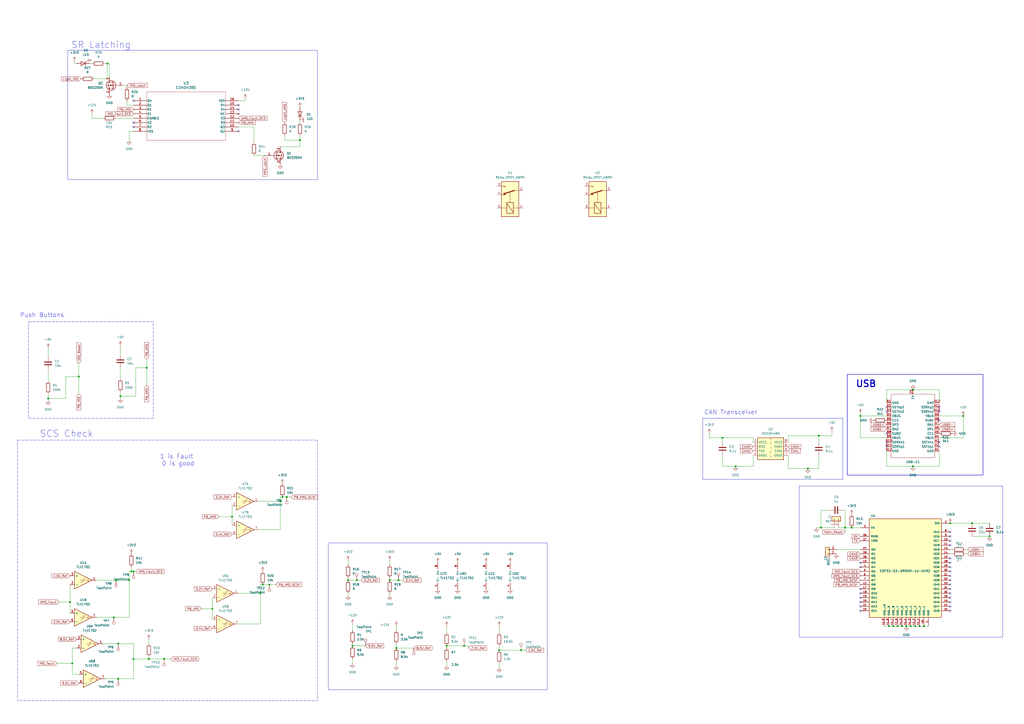
<source format=kicad_sch>
(kicad_sch (version 20250114) (generator "eeschema") (generator_version "9.0")
  (paper "A2")
  (lib_symbols
    (symbol "2025-12-02_01-56-01:CD4043BE" (pin_names (offset 0.254))
      (property "Reference" "U" (at 30.48 10.16 0))
      (property "Value" "CD4043BE" (at 30.48 7.62 0))
      (symbol "CD4043BE_0_1"
        (pin unspecified line (at 0 0 0) (length 7.62) (name "Q4") (number "1"))
        (pin unspecified line (at 0 -2.54 0) (length 7.62) (name "Q1") (number "2"))
        (pin unspecified line (at 0 -5.08 0) (length 7.62) (name "R1") (number "3"))
        (pin unspecified line (at 0 -7.62 0) (length 7.62) (name "S1") (number "4"))
        (pin unspecified line (at 0 -10.16 0) (length 7.62) (name "ENABLE") (number "5"))
        (pin unspecified line (at 0 -12.7 0) (length 7.62) (name "S2") (number "6"))
        (pin unspecified line (at 0 -15.24 0) (length 7.62) (name "R2") (number "7"))
        (pin power_in line (at 0 -17.78 0) (length 7.62) (name "VSS") (number "8"))
        (pin power_in line (at 60.96 0 180) (length 7.62) (name "VDD") (number "16"))
        (pin unspecified line (at 60.96 -2.54 180) (length 7.62) (name "R4") (number "15"))
        (pin unspecified line (at 60.96 -5.08 180) (length 7.62) (name "S4") (number "14"))
        (pin no_connect line (at 60.96 -7.62 180) (length 7.62) (name "NC") (number "13"))
        (pin unspecified line (at 60.96 -10.16 180) (length 7.62) (name "S3") (number "12"))
        (pin unspecified line (at 60.96 -12.7 180) (length 7.62) (name "R3") (number "11"))
        (pin unspecified line (at 60.96 -15.24 180) (length 7.62) (name "Q3") (number "10"))
        (pin unspecified line (at 60.96 -17.78 180) (length 7.62) (name "Q2") (number "9"))
      )
    )
    (symbol "Connector:TestPoint" (pin_numbers (hide yes)) (pin_names (offset 0.762) (hide yes))
      (property "Reference" "TP" (at 0 6.858 0))
      (property "Value" "TestPoint" (at 0 5.08 0))
      (symbol "TestPoint_1_1"
        (pin passive line (at 0 0 90) (length 2.54) (name "1") (number "1"))
      )
    )
    (symbol "Connector_Generic:Conn_01x02" (pin_names (offset 1.016) (hide yes))
      (property "Reference" "J" (at 0 2.54 0))
      (property "Value" "Conn_01x02" (at 0 -5.08 0))
      (symbol "Conn_01x02_1_1"
        (pin passive line (at -5.08 0 0) (length 3.81) (name "Pin_1") (number "1"))
        (pin passive line (at -5.08 -2.54 0) (length 3.81) (name "Pin_2") (number "2"))
      )
    )
    (symbol "Custom_MSM:Comparator_Dual_Open-Coll"
      (property "Reference" "U" (at 0 1.27 0))
      (property "Value" "TLV1702" (at 0 -1.27 0))
      (symbol "Comparator_Dual_Open-Coll_1_1"
        (pin input line (at -7.62 -2.54 0) (length 2.54) (name "+") (number "3"))
        (pin input line (at -7.62 -7.62 0) (length 2.54) (name "-") (number "2"))
        (pin output line (at 7.62 -5.08 180) (length 2.54) (name "~") (number "1"))
      )
      (symbol "Comparator_Dual_Open-Coll_2_1"
        (pin input line (at -7.62 -2.54 0) (length 2.54) (name "+") (number "5"))
        (pin input line (at -7.62 -7.62 0) (length 2.54) (name "-") (number "6"))
        (pin output line (at 7.62 -5.08 180) (length 2.54) (name "~") (number "7"))
      )
      (symbol "Comparator_Dual_Open-Coll_3_1"
        (pin power_in line (at -2.54 7.62 270) (length 3.81) (name "V+") (number "8"))
        (pin power_in line (at -2.54 -7.62 90) (length 3.81) (name "V-") (number "4"))
      )
    )
    (symbol "Custom_MSM:MOSFET_N-CH" (pin_names (offset 0) (hide yes))
      (property "Reference" "Q" (at 5.08 1.905 0))
      (property "Value" "BSS205N" (at 5.08 0 0))
      (symbol "MOSFET_N-CH_1_1"
        (pin input line (at -5.08 0 0) (length 2.54) (name "G") (number "1"))
        (pin passive line (at 2.54 5.08 270) (length 2.54) (name "D") (number "3"))
        (pin passive line (at 2.54 -5.08 90) (length 2.54) (name "S") (number "2"))
      )
    )
    (symbol "Custom_MSM:Relay_SPDT_G6RN"
      (property "Reference" "K" (at 11.43 3.81 0))
      (property "Value" "Relay_SPDT_G6RN" (at 11.43 1.27 0))
      (symbol "Relay_SPDT_G6RN_1_1"
        (pin passive line (at -5.08 7.62 270) (length 2.54) (name "~") (number "5"))
        (pin passive line (at -5.08 -7.62 90) (length 2.54) (name "~") (number "1"))
        (pin passive line (at 2.54 7.62 270) (length 2.54) (name "~") (number "4"))
        (pin passive line (at 5.08 -7.62 90) (length 2.54) (name "~") (number "2"))
        (pin passive line (at 7.62 7.62 270) (length 2.54) (name "~") (number "3"))
      )
    )
    (symbol "Device:C" (pin_numbers (hide yes)) (pin_names (offset 0.254))
      (property "Reference" "C" (at 0.635 2.54 0))
      (property "Value" "C" (at 0.635 -2.54 0))
      (symbol "C_1_1"
        (pin passive line (at 0 3.81 270) (length 2.794) (name "~") (number "1"))
        (pin passive line (at 0 -3.81 90) (length 2.794) (name "~") (number "2"))
      )
    )
    (symbol "Device:LED" (pin_numbers (hide yes)) (pin_names (offset 1.016) (hide yes))
      (property "Reference" "D" (at 0 2.54 0))
      (property "Value" "LED" (at 0 -2.54 0))
      (symbol "LED_1_1"
        (pin passive line (at -3.81 0 0) (length 2.54) (name "K") (number "1"))
        (pin passive line (at 3.81 0 180) (length 2.54) (name "A") (number "2"))
      )
    )
    (symbol "Device:R" (pin_numbers (hide yes)) (pin_names (offset 0))
      (property "Reference" "R" (at 2.032 0 90))
      (property "Value" "R" (at 0 0 90))
      (symbol "R_1_1"
        (pin passive line (at 0 3.81 270) (length 1.27) (name "~") (number "1"))
        (pin passive line (at 0 -3.81 90) (length 1.27) (name "~") (number "2"))
      )
    )
    (symbol "ESP32-S3-WROOM-1U-N4R2:ESP32-S3-WROOM-1U-N4R2" (pin_names (offset 1.016))
      (property "Reference" "U1" (at -7.874 32.258 0))
      (property "Value" "ESP32-S3-WROOM-1U-N4R2" (at 10.668 0.254 0))
      (symbol "ESP32-S3-WROOM-1U-N4R2_0_0"
        (pin input line (at -15.24 25.4 0) (length 5.08) (name "EN") (number "3"))
        (pin bidirectional line (at -15.24 20.32 0) (length 5.08) (name "RXD0") (number "36"))
        (pin bidirectional line (at -15.24 17.78 0) (length 5.08) (name "TXD0") (number "37"))
        (pin bidirectional line (at -15.24 12.7 0) (length 5.08) (name "IO0") (number "27"))
        (pin bidirectional line (at -15.24 10.16 0) (length 5.08) (name "IO1") (number "39"))
        (pin bidirectional line (at -15.24 7.62 0) (length 5.08) (name "IO2") (number "38"))
        (pin bidirectional line (at -15.24 5.08 0) (length 5.08) (name "IO3") (number "15"))
        (pin bidirectional line (at -15.24 2.54 0) (length 5.08) (name "IO4") (number "4"))
        (pin bidirectional line (at -15.24 0 0) (length 5.08) (name "IO5") (number "5"))
        (pin bidirectional line (at -15.24 -2.54 0) (length 5.08) (name "IO6") (number "6"))
        (pin bidirectional line (at -15.24 -5.08 0) (length 5.08) (name "IO7") (number "7"))
        (pin bidirectional line (at -15.24 -7.62 0) (length 5.08) (name "IO8") (number "12"))
        (pin bidirectional line (at -15.24 -10.16 0) (length 5.08) (name "IO9") (number "17"))
        (pin bidirectional line (at -15.24 -12.7 0) (length 5.08) (name "IO10") (number "18"))
        (pin bidirectional line (at -15.24 -15.24 0) (length 5.08) (name "IO11") (number "19"))
        (pin bidirectional line (at -15.24 -17.78 0) (length 5.08) (name "IO12") (number "20"))
        (pin bidirectional line (at -15.24 -20.32 0) (length 5.08) (name "IO13") (number "21"))
        (pin bidirectional line (at -15.24 -22.86 0) (length 5.08) (name "IO14") (number "22"))
        (pin power_in line (at -1.27 -31.75 90) (length 5.08) (name "GND__10") (number "41_9"))
        (pin power_in line (at 1.27 -31.75 90) (length 5.08) (name "GND__9") (number "41_8"))
        (pin power_in line (at 3.81 -31.75 90) (length 5.08) (name "GND__8") (number "41_7"))
        (pin power_in line (at 6.35 -31.75 90) (length 5.08) (name "GND__7") (number "41_6"))
        (pin power_in line (at 8.89 -31.75 90) (length 5.08) (name "GND__6") (number "41_5"))
        (pin power_in line (at 11.43 -31.75 90) (length 5.08) (name "GND__5") (number "41_4"))
        (pin power_in line (at 13.97 -31.75 90) (length 5.08) (name "GND__4") (number "41_3"))
        (pin power_in line (at 16.51 -31.75 90) (length 5.08) (name "GND__3") (number "41_2"))
        (pin power_in line (at 19.05 -31.75 90) (length 5.08) (name "GND__2") (number "41_1"))
        (pin power_in line (at 21.59 -31.75 90) (length 5.08) (name "GND__1") (number "40"))
        (pin power_in line (at 24.13 -31.75 90) (length 5.08) (name "GND") (number "1"))
        (pin power_in line (at 36.83 27.94 180) (length 5.08) (name "3V3") (number "2"))
        (pin bidirectional line (at 36.83 22.86 180) (length 5.08) (name "IO15") (number "8"))
        (pin bidirectional line (at 36.83 20.32 180) (length 5.08) (name "IO16") (number "9"))
        (pin bidirectional line (at 36.83 17.78 180) (length 5.08) (name "IO17") (number "10"))
        (pin bidirectional line (at 36.83 15.24 180) (length 5.08) (name "IO18") (number "11"))
        (pin bidirectional line (at 36.83 12.7 180) (length 5.08) (name "IO19") (number "13"))
        (pin bidirectional line (at 36.83 10.16 180) (length 5.08) (name "IO20") (number "14"))
        (pin bidirectional line (at 36.83 7.62 180) (length 5.08) (name "IO21") (number "23"))
        (pin bidirectional line (at 36.83 5.08 180) (length 5.08) (name "IO35") (number "28"))
        (pin bidirectional line (at 36.83 2.54 180) (length 5.08) (name "IO36") (number "29"))
        (pin bidirectional line (at 36.83 0 180) (length 5.08) (name "IO37") (number "30"))
        (pin bidirectional line (at 36.83 -2.54 180) (length 5.08) (name "IO38") (number "31"))
        (pin bidirectional line (at 36.83 -5.08 180) (length 5.08) (name "IO39") (number "32"))
        (pin bidirectional line (at 36.83 -7.62 180) (length 5.08) (name "IO40") (number "33"))
        (pin bidirectional line (at 36.83 -10.16 180) (length 5.08) (name "IO41") (number "34"))
        (pin bidirectional line (at 36.83 -12.7 180) (length 5.08) (name "IO42") (number "35"))
        (pin bidirectional line (at 36.83 -15.24 180) (length 5.08) (name "IO45") (number "26"))
        (pin bidirectional line (at 36.83 -17.78 180) (length 5.08) (name "IO46") (number "16"))
        (pin bidirectional line (at 36.83 -20.32 180) (length 5.08) (name "IO47") (number "24"))
        (pin bidirectional line (at 36.83 -22.86 180) (length 5.08) (name "IO48") (number "25"))
      )
    )
    (symbol "Interface_CAN_LIN:ISO1044BD"
      (property "Reference" "U" (at -6.35 6.35 0))
      (property "Value" "ISO1044BD" (at 2.54 6.35 0))
      (symbol "ISO1044BD_1_1"
        (pin power_in line (at -10.16 2.54 0) (length 2.54) (name "VCC1") (number "1"))
        (pin output line (at -10.16 0 0) (length 2.54) (name "RXD") (number "3"))
        (pin input line (at -10.16 -2.54 0) (length 2.54) (name "TXD") (number "2"))
        (pin power_in line (at -10.16 -5.08 0) (length 2.54) (name "GND1") (number "4"))
        (pin power_in line (at 10.16 2.54 180) (length 2.54) (name "VCC2") (number "8"))
        (pin bidirectional line (at 10.16 0 180) (length 2.54) (name "CANH") (number "6"))
        (pin bidirectional line (at 10.16 -2.54 180) (length 2.54) (name "CANL") (number "5"))
        (pin power_in line (at 10.16 -5.08 180) (length 2.54) (name "GND2") (number "7"))
      )
    )
    (symbol "USB-C:USB_1"
      (property "Reference" "USB-C" (at -20.574 15.494 0))
      (symbol "USB_1_1_1"
        (pin input line (at -26.67 8.89 0) (length 2.54) (name "GND") (number "B1"))
        (pin input line (at -26.67 6.35 0) (length 2.54) (name "SSTXp2") (number "B2"))
        (pin input line (at -26.67 3.81 0) (length 2.54) (name "SSTXn2") (number "B3"))
        (pin input line (at -26.67 1.27 0) (length 2.54) (name "VBUS") (number "B4"))
        (pin input line (at -26.67 -1.27 0) (length 2.54) (name "CC2") (number "B5"))
        (pin input line (at -26.67 -3.81 0) (length 2.54) (name "DP2") (number "B6"))
        (pin input line (at -26.67 -6.35 0) (length 2.54) (name "DN2") (number "B7"))
        (pin input line (at -26.67 -8.89 0) (length 2.54) (name "SUB2") (number "B8"))
        (pin input line (at -26.67 -11.43 0) (length 2.54) (name "VBUS") (number "B9"))
        (pin input line (at -26.67 -13.97 0) (length 2.54) (name "SSRXn1") (number "B10"))
        (pin input line (at -26.67 -16.51 0) (length 2.54) (name "SSRXp1") (number "B11"))
        (pin input line (at -26.67 -19.05 0) (length 2.54) (name "GND") (number "B12"))
        (pin input line (at -11.43 16.51 270) (length 2.54) (name "EH") (number "25"))
        (pin input line (at 3.81 8.89 180) (length 2.54) (name "GND") (number "A12"))
        (pin input line (at 3.81 6.35 180) (length 2.54) (name "SSRXp2") (number "A11"))
        (pin input line (at 3.81 3.81 180) (length 2.54) (name "SSRXn2") (number "A10"))
        (pin input line (at 3.81 1.27 180) (length 2.54) (name "VBUS") (number "A9"))
        (pin input line (at 3.81 -1.27 180) (length 2.54) (name "SUB1") (number "A8"))
        (pin input line (at 3.81 -3.81 180) (length 2.54) (name "DN1") (number "A7"))
        (pin input line (at 3.81 -6.35 180) (length 2.54) (name "DP1") (number "A6"))
        (pin input line (at 3.81 -8.89 180) (length 2.54) (name "CC1") (number "A5"))
        (pin input line (at 3.81 -11.43 180) (length 2.54) (name "VBUS") (number "A4"))
        (pin input line (at 3.81 -13.97 180) (length 2.54) (name "SSTXn1") (number "A3"))
        (pin input line (at 3.81 -16.51 180) (length 2.54) (name "SSTXp1") (number "A2"))
        (pin input line (at 3.81 -19.05 180) (length 2.54) (name "GND") (number "A1"))
      )
    )
    (symbol "power:+12V" (power) (pin_numbers (hide yes)) (pin_names (offset 0) (hide yes))
      (property "Value" "+12V" (at 0 3.556 0))
      (symbol "+12V_1_1"
        (pin power_in line (at 0 0 90) (length 0) (name "~") (number "1"))
      )
    )
    (symbol "power:+3V3" (power) (pin_numbers (hide yes)) (pin_names (offset 0) (hide yes))
      (property "Value" "+3V3" (at 0 3.556 0))
      (symbol "+3V3_1_1"
        (pin power_in line (at 0 0 90) (length 0) (name "~") (number "1"))
      )
    )
    (symbol "power:+5V" (power) (pin_numbers (hide yes)) (pin_names (offset 0) (hide yes))
      (property "Value" "+5V" (at 0 3.556 0))
      (symbol "+5V_1_1"
        (pin power_in line (at 0 0 90) (length 0) (name "~") (number "1"))
      )
    )
    (symbol "power:GND" (power) (pin_numbers (hide yes)) (pin_names (offset 0) (hide yes))
      (property "Value" "GND" (at 0 -3.81 0))
      (symbol "GND_1_1"
        (pin power_in line (at 0 0 270) (length 0) (name "~") (number "1"))
      )
    )
  )
  (rectangle (start 491.49 217.17) (end 570.23 275.59) (stroke (width 0.254)))
  (text "CAN Transceiver\n" (at 423.926 239.268 0) (effects (font (size 2.54 2.54))))
  (text "USB\n" (at 508.508 222.758 0) (effects (font (size 3.81 3.81) (thickness 0.635)) (justify right)))
  (text "SCS Check" (at 38.608 251.714 0) (effects (font (size 3.81 3.81))))
  (text "SR Latching\n" (at 58.674 26.162 0) (effects (font (size 3.81 3.81))))
  (text "1 is Fault \n0 is good" (at 103.378 266.954 0) (effects (font (size 2.54 2.54))))
  (text "Push Buttons\n" (at 24.384 182.88 0) (effects (font (size 2.54 2.54))))
  (text_box "" (at 10.16 255.27 0) (size 173.99 151.13) (margins 0.9525 0.9525 0.9525 0.9525) (stroke (width 0) (type dash)) (effects (font (size 1.27 1.27)) (justify left top)))
  (text_box "" (at 407.67 242.57 0) (size 81.28 35.56) (margins 0.9525 0.9525 0.9525 0.9525) (effects (font (size 1.27 1.27)) (justify left top)))
  (text_box "" (at 16.51 186.69 0) (size 72.39 55.88) (margins 0.9525 0.9525 0.9525 0.9525) (stroke (width 0) (type dash)) (effects (font (size 1.27 1.27)) (justify left top)))
  (text_box "" (at 39.37 29.21 0) (size 144.78 74.93) (margins 0.9525 0.9525 0.9525 0.9525) (effects (font (size 1.27 1.27)) (justify left top)))
  (text_box "" (at 190.5 314.96 0) (size 127 85.09) (margins 0.9525 0.9525 0.9525 0.9525) (effects (font (size 1.27 1.27)) (justify left top)))
  (text_box "" (at 463.55 281.94 0) (size 118.11 87.63) (margins 0.9525 0.9525 0.9525 0.9525) (effects (font (size 1.27 1.27)) (justify left top)))
  (junction (at 45.72 218.44))
  (junction (at 515.62 363.22))
  (junction (at 259.08 374.65))
  (junction (at 123.19 353.06))
  (junction (at 474.98 252.73))
  (junction (at 86.36 382.27))
  (junction (at 151.13 344.17))
  (junction (at 269.24 374.65))
  (junction (at 62.23 36.83))
  (junction (at 563.88 303.53))
  (junction (at 535.94 363.22))
  (junction (at 77.47 382.27))
  (junction (at 533.4 363.22))
  (junction (at 166.37 288.29))
  (junction (at 76.2 331.47))
  (junction (at 302.26 377.19))
  (junction (at 69.85 229.87))
  (junction (at 204.47 374.65))
  (junction (at 226.06 336.55))
  (junction (at 525.78 363.22))
  (junction (at 40.64 349.25))
  (junction (at 201.93 336.55))
  (junction (at 66.04 358.14))
  (junction (at 551.18 303.53))
  (junction (at 530.86 363.22))
  (junction (at 162.56 290.83))
  (junction (at 163.83 288.29))
  (junction (at 207.01 336.55))
  (junction (at 574.04 311.15))
  (junction (at 134.62 299.72))
  (junction (at 41.91 384.81))
  (junction (at 156.21 339.09))
  (junction (at 68.58 373.38))
  (junction (at 490.22 306.07))
  (junction (at 289.56 377.19))
  (junction (at 95.25 382.27))
  (junction (at 68.58 393.7))
  (junction (at 518.16 363.22))
  (junction (at 152.4 339.09))
  (junction (at 85.09 213.36))
  (junction (at 558.8 241.3))
  (junction (at 74.93 336.55))
  (junction (at 426.72 270.51))
  (junction (at 27.94 231.14))
  (junction (at 419.1 254))
  (junction (at 173.99 81.28))
  (junction (at 494.03 306.07))
  (junction (at 468.63 271.78))
  (junction (at 523.24 363.22))
  (junction (at 77.47 331.47))
  (junction (at 231.14 336.55))
  (junction (at 528.32 363.22))
  (junction (at 229.87 375.92))
  (junction (at 67.31 336.55))
  (junction (at 499.11 241.3))
  (junction (at 476.25 306.07))
  (junction (at 529.59 270.51))
  (junction (at 529.59 226.06))
  (junction (at 520.7 363.22))
  (no_connect (at 551.18 313.69))
  (no_connect (at 499.11 351.79))
  (no_connect (at 77.47 58.42))
  (no_connect (at 499.11 346.71))
  (no_connect (at 544.83 256.54))
  (no_connect (at 499.11 341.63))
  (no_connect (at 499.11 344.17))
  (no_connect (at 514.35 238.76))
  (no_connect (at 499.11 349.25))
  (no_connect (at 514.35 236.22))
  (no_connect (at 138.43 76.2))
  (no_connect (at 544.83 238.76))
  (no_connect (at 551.18 326.39))
  (no_connect (at 551.18 311.15))
  (no_connect (at 551.18 336.55))
  (no_connect (at 551.18 308.61))
  (no_connect (at 551.18 344.17))
  (no_connect (at 77.47 73.66))
  (no_connect (at 544.83 243.84))
  (no_connect (at 499.11 354.33))
  (no_connect (at 138.43 60.96))
  (no_connect (at 551.18 323.85))
  (no_connect (at 77.47 71.12))
  (no_connect (at 544.83 259.08))
  (no_connect (at 551.18 328.93))
  (no_connect (at 551.18 331.47))
  (no_connect (at 551.18 316.23))
  (no_connect (at 551.18 339.09))
  (no_connect (at 551.18 334.01))
  (no_connect (at 551.18 346.71))
  (no_connect (at 551.18 354.33))
  (no_connect (at 551.18 351.79))
  (no_connect (at 551.18 341.63))
  (no_connect (at 514.35 256.54))
  (no_connect (at 499.11 326.39))
  (no_connect (at 514.35 251.46))
  (no_connect (at 551.18 349.25))
  (no_connect (at 499.11 328.93))
  (no_connect (at 544.83 236.22))
  (no_connect (at 514.35 259.08))
  (no_connect (at 138.43 63.5))
  (wire (pts (xy 41.91 375.92) (xy 44.45 375.92)))
  (wire (pts (xy 476.25 295.91) (xy 476.25 306.07)))
  (wire (pts (xy 71.12 49.53) (xy 73.66 49.53)))
  (wire (pts (xy 68.58 373.38) (xy 77.47 373.38)))
  (wire (pts (xy 149.86 290.83) (xy 162.56 290.83)))
  (wire (pts (xy 45.72 218.44) (xy 38.1 218.44)))
  (wire (pts (xy 77.47 382.27) (xy 86.36 382.27)))
  (wire (pts (xy 77.47 393.7) (xy 68.58 393.7)))
  (wire (pts (xy 134.62 299.72) (xy 134.62 293.37)))
  (wire (pts (xy 74.93 331.47) (xy 76.2 331.47)))
  (wire (pts (xy 62.23 36.83) (xy 60.96 36.83)))
  (wire (pts (xy 86.36 382.27) (xy 95.25 382.27)))
  (wire (pts (xy 147.32 73.66) (xy 147.32 82.55)))
  (wire (pts (xy 474.98 252.73) (xy 474.98 256.54)))
  (wire (pts (xy 173.99 85.09) (xy 173.99 81.28)))
  (wire (pts (xy 513.08 363.22) (xy 515.62 363.22)))
  (wire (pts (xy 289.56 363.22) (xy 289.56 367.03)))
  (wire (pts (xy 27.94 231.14) (xy 27.94 232.41)))
  (wire (pts (xy 69.85 213.36) (xy 69.85 219.71)))
  (wire (pts (xy 69.85 227.33) (xy 69.85 229.87)))
  (wire (pts (xy 523.24 363.22) (xy 525.78 363.22)))
  (wire (pts (xy 476.25 306.07) (xy 483.87 306.07)))
  (wire (pts (xy 76.2 328.93) (xy 76.2 331.47)))
  (wire (pts (xy 520.7 363.22) (xy 523.24 363.22)))
  (wire (pts (xy 490.22 295.91) (xy 490.22 306.07)))
  (wire (pts (xy 499.11 241.3) (xy 514.35 241.3)))
  (wire (pts (xy 38.1 231.14) (xy 27.94 231.14)))
  (wire (pts (xy 302.26 377.19) (xy 289.56 377.19)))
  (wire (pts (xy 269.24 374.65) (xy 271.78 374.65)))
  (wire (pts (xy 156.21 339.09) (xy 160.02 339.09)))
  (wire (pts (xy 226.06 344.17) (xy 226.06 345.44)))
  (wire (pts (xy 544.83 233.68) (xy 544.83 226.06)))
  (wire (pts (xy 55.88 358.14) (xy 66.04 358.14)))
  (wire (pts (xy 426.72 270.51) (xy 436.88 270.51)))
  (wire (pts (xy 259.08 374.65) (xy 259.08 375.92)))
  (wire (pts (xy 271.78 374.65) (xy 271.78 375.92)))
  (wire (pts (xy 563.88 303.53) (xy 574.04 303.53)))
  (wire (pts (xy 173.99 69.85) (xy 173.99 71.12)))
  (wire (pts (xy 552.45 321.31) (xy 551.18 321.31)))
  (wire (pts (xy 45.72 218.44) (xy 45.72 228.6)))
  (wire (pts (xy 73.66 49.53) (xy 73.66 50.8)))
  (wire (pts (xy 226.06 336.55) (xy 231.14 336.55)))
  (wire (pts (xy 149.86 307.34) (xy 162.56 307.34)))
  (wire (pts (xy 226.06 335.28) (xy 226.06 336.55)))
  (wire (pts (xy 419.1 254) (xy 436.88 254)))
  (wire (pts (xy 85.09 208.28) (xy 85.09 213.36)))
  (wire (pts (xy 563.88 311.15) (xy 574.04 311.15)))
  (wire (pts (xy 204.47 374.65) (xy 212.09 374.65)))
  (wire (pts (xy 514.35 226.06) (xy 529.59 226.06)))
  (wire (pts (xy 229.87 363.22) (xy 229.87 365.76)))
  (wire (pts (xy 173.99 81.28) (xy 173.99 78.74)))
  (wire (pts (xy 419.1 270.51) (xy 426.72 270.51)))
  (wire (pts (xy 474.98 271.78) (xy 474.98 264.16)))
  (wire (pts (xy 77.47 60.96) (xy 73.66 60.96)))
  (wire (pts (xy 514.35 254) (xy 499.11 254)))
  (wire (pts (xy 302.26 377.19) (xy 304.8 377.19)))
  (wire (pts (xy 33.02 384.81) (xy 41.91 384.81)))
  (wire (pts (xy 27.94 214.63) (xy 27.94 220.98)))
  (wire (pts (xy 552.45 318.77) (xy 551.18 318.77)))
  (wire (pts (xy 27.94 201.93) (xy 27.94 207.01)))
  (wire (pts (xy 259.08 363.22) (xy 259.08 367.03)))
  (wire (pts (xy 231.14 336.55) (xy 233.68 336.55)))
  (wire (pts (xy 419.1 254) (xy 419.1 256.54)))
  (wire (pts (xy 530.86 363.22) (xy 533.4 363.22)))
  (wire (pts (xy 259.08 374.65) (xy 269.24 374.65)))
  (wire (pts (xy 138.43 344.17) (xy 151.13 344.17)))
  (wire (pts (xy 134.62 299.72) (xy 134.62 304.8)))
  (wire (pts (xy 68.58 393.7) (xy 60.96 393.7)))
  (wire (pts (xy 551.18 303.53) (xy 563.88 303.53)))
  (wire (pts (xy 54.61 45.72) (xy 62.23 45.72)))
  (wire (pts (xy 116.84 353.06) (xy 123.19 353.06)))
  (wire (pts (xy 411.48 254) (xy 419.1 254)))
  (wire (pts (xy 485.14 318.77) (xy 499.11 318.77)))
  (wire (pts (xy 86.36 381) (xy 86.36 382.27)))
  (wire (pts (xy 44.45 36.83) (xy 43.18 36.83)))
  (wire (pts (xy 162.56 307.34) (xy 162.56 290.83)))
  (wire (pts (xy 77.47 382.27) (xy 77.47 393.7)))
  (wire (pts (xy 514.35 270.51) (xy 514.35 261.62)))
  (wire (pts (xy 138.43 73.66) (xy 147.32 73.66)))
  (wire (pts (xy 55.88 336.55) (xy 67.31 336.55)))
  (wire (pts (xy 201.93 325.12) (xy 201.93 327.66)))
  (wire (pts (xy 78.74 213.36) (xy 78.74 229.87)))
  (wire (pts (xy 436.88 254) (xy 436.88 256.54)))
  (wire (pts (xy 52.07 36.83) (xy 53.34 36.83)))
  (wire (pts (xy 85.09 213.36) (xy 78.74 213.36)))
  (wire (pts (xy 528.32 363.22) (xy 530.86 363.22)))
  (wire (pts (xy 494.03 306.07) (xy 499.11 306.07)))
  (wire (pts (xy 473.71 306.07) (xy 476.25 306.07)))
  (wire (pts (xy 204.47 382.27) (xy 204.47 384.81)))
  (wire (pts (xy 78.74 229.87) (xy 69.85 229.87)))
  (wire (pts (xy 59.69 373.38) (xy 68.58 373.38)))
  (wire (pts (xy 289.56 374.65) (xy 289.56 377.19)))
  (wire (pts (xy 151.13 339.09) (xy 152.4 339.09)))
  (wire (pts (xy 74.93 331.47) (xy 74.93 336.55)))
  (wire (pts (xy 561.34 321.31) (xy 560.07 321.31)))
  (wire (pts (xy 486.41 306.07) (xy 490.22 306.07)))
  (wire (pts (xy 558.8 254) (xy 558.8 241.3)))
  (wire (pts (xy 240.03 375.92) (xy 229.87 375.92)))
  (wire (pts (xy 259.08 383.54) (xy 259.08 386.08)))
  (wire (pts (xy 226.06 325.12) (xy 226.06 327.66)))
  (wire (pts (xy 123.19 353.06) (xy 123.19 359.41)))
  (wire (pts (xy 66.04 358.14) (xy 74.93 358.14)))
  (wire (pts (xy 457.2 264.16) (xy 457.2 271.78)))
  (wire (pts (xy 229.87 373.38) (xy 229.87 375.92)))
  (wire (pts (xy 457.2 271.78) (xy 468.63 271.78)))
  (wire (pts (xy 529.59 270.51) (xy 514.35 270.51)))
  (wire (pts (xy 152.4 339.09) (xy 156.21 339.09)))
  (wire (pts (xy 490.22 308.61) (xy 490.22 306.07)))
  (wire (pts (xy 436.88 270.51) (xy 436.88 264.16)))
  (wire (pts (xy 67.31 68.58) (xy 77.47 68.58)))
  (wire (pts (xy 457.2 256.54) (xy 457.2 252.73)))
  (wire (pts (xy 73.66 58.42) (xy 73.66 60.96)))
  (wire (pts (xy 525.78 363.22) (xy 528.32 363.22)))
  (wire (pts (xy 201.93 335.28) (xy 201.93 336.55)))
  (wire (pts (xy 490.22 306.07) (xy 494.03 306.07)))
  (wire (pts (xy 481.33 295.91) (xy 476.25 295.91)))
  (wire (pts (xy 201.93 344.17) (xy 201.93 345.44)))
  (wire (pts (xy 41.91 384.81) (xy 41.91 391.16)))
  (wire (pts (xy 165.1 81.28) (xy 165.1 78.74)))
  (wire (pts (xy 419.1 264.16) (xy 419.1 270.51)))
  (wire (pts (xy 123.19 346.71) (xy 123.19 353.06)))
  (wire (pts (xy 45.72 210.82) (xy 45.72 218.44)))
  (wire (pts (xy 127 299.72) (xy 134.62 299.72)))
  (wire (pts (xy 95.25 382.27) (xy 99.06 382.27)))
  (wire (pts (xy 544.83 226.06) (xy 529.59 226.06)))
  (wire (pts (xy 499.11 254) (xy 499.11 241.3)))
  (wire (pts (xy 544.83 254) (xy 558.8 254)))
  (wire (pts (xy 229.87 383.54) (xy 229.87 386.08)))
  (wire (pts (xy 27.94 228.6) (xy 27.94 231.14)))
  (wire (pts (xy 40.64 349.25) (xy 34.29 349.25)))
  (wire (pts (xy 166.37 288.29) (xy 168.91 288.29)))
  (wire (pts (xy 85.09 213.36) (xy 85.09 223.52)))
  (wire (pts (xy 69.85 200.66) (xy 69.85 205.74)))
  (wire (pts (xy 77.47 76.2) (xy 74.93 76.2)))
  (wire (pts (xy 173.99 81.28) (xy 165.1 81.28)))
  (wire (pts (xy 53.34 68.58) (xy 53.34 66.04)))
  (wire (pts (xy 488.95 295.91) (xy 490.22 295.91)))
  (wire (pts (xy 162.56 290.83) (xy 162.56 288.29)))
  (wire (pts (xy 41.91 384.81) (xy 41.91 375.92)))
  (wire (pts (xy 204.47 373.38) (xy 204.47 374.65)))
  (wire (pts (xy 535.94 363.22) (xy 538.48 363.22)))
  (wire (pts (xy 151.13 344.17) (xy 151.13 339.09)))
  (wire (pts (xy 77.47 373.38) (xy 77.47 382.27)))
  (wire (pts (xy 74.93 76.2) (xy 74.93 81.28)))
  (wire (pts (xy 515.62 363.22) (xy 518.16 363.22)))
  (wire (pts (xy 162.56 288.29) (xy 163.83 288.29)))
  (wire (pts (xy 289.56 384.81) (xy 289.56 387.35)))
  (wire (pts (xy 77.47 331.47) (xy 78.74 331.47)))
  (wire (pts (xy 86.36 370.84) (xy 86.36 373.38)))
  (wire (pts (xy 518.16 363.22) (xy 520.7 363.22)))
  (wire (pts (xy 544.83 261.62) (xy 544.83 270.51)))
  (wire (pts (xy 63.5 44.45) (xy 63.5 36.83)))
  (wire (pts (xy 147.32 90.17) (xy 154.94 90.17)))
  (wire (pts (xy 142.24 58.42) (xy 142.24 57.15)))
  (wire (pts (xy 411.48 251.46) (xy 411.48 254)))
  (wire (pts (xy 482.6 252.73) (xy 482.6 250.19)))
  (wire (pts (xy 474.98 252.73) (xy 482.6 252.73)))
  (wire (pts (xy 138.43 58.42) (xy 142.24 58.42)))
  (wire (pts (xy 201.93 336.55) (xy 207.01 336.55)))
  (wire (pts (xy 151.13 344.17) (xy 151.13 361.95)))
  (wire (pts (xy 544.83 270.51) (xy 529.59 270.51)))
  (wire (pts (xy 162.56 85.09) (xy 173.99 85.09)))
  (wire (pts (xy 63.5 36.83) (xy 62.23 36.83)))
  (wire (pts (xy 533.4 363.22) (xy 535.94 363.22)))
  (wire (pts (xy 163.83 288.29) (xy 166.37 288.29)))
  (wire (pts (xy 499.11 240.03) (xy 499.11 241.3)))
  (wire (pts (xy 59.69 68.58) (xy 53.34 68.58)))
  (wire (pts (xy 561.34 318.77) (xy 560.07 318.77)))
  (wire (pts (xy 514.35 233.68) (xy 514.35 226.06)))
  (wire (pts (xy 204.47 361.95) (xy 204.47 365.76)))
  (wire (pts (xy 207.01 336.55) (xy 209.55 336.55)))
  (wire (pts (xy 62.23 45.72) (xy 62.23 36.83)))
  (wire (pts (xy 76.2 331.47) (xy 77.47 331.47)))
  (wire (pts (xy 38.1 218.44) (xy 38.1 231.14)))
  (wire (pts (xy 67.31 336.55) (xy 74.93 336.55)))
  (wire (pts (xy 40.64 339.09) (xy 40.64 349.25)))
  (wire (pts (xy 74.93 336.55) (xy 74.93 358.14)))
  (wire (pts (xy 457.2 252.73) (xy 474.98 252.73)))
  (wire (pts (xy 43.18 35.56) (xy 43.18 36.83)))
  (wire (pts (xy 40.64 355.6) (xy 40.64 349.25)))
  (wire (pts (xy 41.91 391.16) (xy 45.72 391.16)))
  (wire (pts (xy 468.63 271.78) (xy 474.98 271.78)))
  (wire (pts (xy 151.13 361.95) (xy 138.43 361.95)))
  (wire (pts (xy 544.83 241.3) (xy 558.8 241.3)))
  (wire (pts (xy 69.85 229.87) (xy 69.85 231.14)))
  (global_label "RX" (shape input) (at 499.11 311.15 180) (property "Intersheetrefs" "${INTERSHEET_REFS}" (effects (hide yes))))
  (global_label "USBD-" (shape input) (at 561.34 318.77 0) (property "Intersheetrefs" "${INTERSHEET_REFS}" (effects (hide yes))))
  (global_label "AMS_Fault_SCS" (shape input) (at 499.11 334.01 180) (property "Intersheetrefs" "${INTERSHEET_REFS}" (effects (hide yes))))
  (global_label "PB_AMS_SCSF" (shape input) (at 168.91 288.29 0) (property "Intersheetrefs" "${INTERSHEET_REFS}" (effects (hide yes))))
  (global_label "Light_IMD" (shape input) (at 46.99 45.72 180) (property "Intersheetrefs" "${INTERSHEET_REFS}" (effects (hide yes))))
  (global_label "CANR" (shape input) (at 499.11 323.85 180) (property "Intersheetrefs" "${INTERSHEET_REFS}" (effects (hide yes))))
  (global_label "IMD_Latch" (shape input) (at 73.66 49.53 0) (property "Intersheetrefs" "${INTERSHEET_REFS}" (effects (hide yes))))
  (global_label "USBD+" (shape input) (at 514.35 246.38 180) (property "Intersheetrefs" "${INTERSHEET_REFS}" (effects (hide yes))))
  (global_label "USBD-" (shape input) (at 514.35 248.92 180) (property "Intersheetrefs" "${INTERSHEET_REFS}" (effects (hide yes))))
  (global_label "PB_AMS" (shape input) (at 85.09 208.28 90) (property "Intersheetrefs" "${INTERSHEET_REFS}" (effects (hide yes))))
  (global_label "USBD-" (shape input) (at 544.83 246.38 0) (property "Intersheetrefs" "${INTERSHEET_REFS}" (effects (hide yes))))
  (global_label "TX" (shape input) (at 499.11 313.69 180) (property "Intersheetrefs" "${INTERSHEET_REFS}" (effects (hide yes))))
  (global_label "1.5V_Ref" (shape input) (at 304.8 377.19 0) (property "Intersheetrefs" "${INTERSHEET_REFS}" (effects (hide yes))))
  (global_label "IMD_Fault_SCS" (shape input) (at 99.06 382.27 0) (property "Intersheetrefs" "${INTERSHEET_REFS}" (effects (hide yes))))
  (global_label "AMS_Fault_SCS" (shape input) (at 78.74 331.47 0) (property "Intersheetrefs" "${INTERSHEET_REFS}" (effects (hide yes))))
  (global_label "IMD_fault" (shape input) (at 33.02 384.81 180) (property "Intersheetrefs" "${INTERSHEET_REFS}" (effects (hide yes))))
  (global_label "3.2V_Ref" (shape input) (at 134.62 288.29 180) (property "Intersheetrefs" "${INTERSHEET_REFS}" (effects (hide yes))))
  (global_label "2.5V_Ref" (shape input) (at 271.78 375.92 0) (property "Intersheetrefs" "${INTERSHEET_REFS}" (effects (hide yes))))
  (global_label "3.4V_Ref" (shape input) (at 123.19 364.49 180) (property "Intersheetrefs" "${INTERSHEET_REFS}" (effects (hide yes))))
  (global_label "AMS_Fault_SCS" (shape input) (at 138.43 68.58 0) (property "Intersheetrefs" "${INTERSHEET_REFS}" (effects (hide yes))))
  (global_label "3.4V_Ref" (shape input) (at 233.68 336.55 0) (property "Intersheetrefs" "${INTERSHEET_REFS}" (effects (hide yes))))
  (global_label "1.5V_Ref" (shape input) (at 40.64 334.01 180) (property "Intersheetrefs" "${INTERSHEET_REFS}" (effects (hide yes))))
  (global_label "PB_IMD_SCSF" (shape input) (at 160.02 339.09 0) (property "Intersheetrefs" "${INTERSHEET_REFS}" (effects (hide yes))))
  (global_label "PB_AMS" (shape input) (at 85.09 223.52 270) (property "Intersheetrefs" "${INTERSHEET_REFS}" (effects (hide yes))))
  (global_label "IMD_Reset" (shape input) (at 45.72 210.82 90) (property "Intersheetrefs" "${INTERSHEET_REFS}" (effects (hide yes))))
  (global_label "CAND" (shape input) (at 499.11 321.31 180) (property "Intersheetrefs" "${INTERSHEET_REFS}" (effects (hide yes))))
  (global_label "9.5V_Ref" (shape input) (at 45.72 396.24 180) (property "Intersheetrefs" "${INTERSHEET_REFS}" (effects (hide yes))))
  (global_label "USBD+" (shape input) (at 544.83 248.92 0) (property "Intersheetrefs" "${INTERSHEET_REFS}" (effects (hide yes))))
  (global_label "8.5V_Ref" (shape input) (at 240.03 375.92 0) (property "Intersheetrefs" "${INTERSHEET_REFS}" (effects (hide yes))))
  (global_label "IMD_Fault_SCS" (shape input) (at 77.47 66.04 180) (property "Intersheetrefs" "${INTERSHEET_REFS}" (effects (hide yes))))
  (global_label "PB_IMD" (shape input) (at 116.84 353.06 180) (property "Intersheetrefs" "${INTERSHEET_REFS}" (effects (hide yes))))
  (global_label "CAND" (shape input) (at 436.88 261.62 180) (property "Intersheetrefs" "${INTERSHEET_REFS}" (effects (hide yes))))
  (global_label "Light_AMS" (shape input) (at 165.1 71.12 90) (property "Intersheetrefs" "${INTERSHEET_REFS}" (effects (hide yes))))
  (global_label "2.5V_Ref" (shape input) (at 40.64 360.68 180) (property "Intersheetrefs" "${INTERSHEET_REFS}" (effects (hide yes))))
  (global_label "CANH" (shape input) (at 457.2 259.08 0) (property "Intersheetrefs" "${INTERSHEET_REFS}" (effects (hide yes))))
  (global_label "PB_IMD" (shape input) (at 45.72 228.6 270) (property "Intersheetrefs" "${INTERSHEET_REFS}" (effects (hide yes))))
  (global_label "PB_AMS" (shape input) (at 138.43 71.12 0) (property "Intersheetrefs" "${INTERSHEET_REFS}" (effects (hide yes))))
  (global_label "Main_Reset" (shape input) (at 490.22 308.61 180) (property "Intersheetrefs" "${INTERSHEET_REFS}" (effects (hide yes))))
  (global_label "9.5V_Ref" (shape input) (at 212.09 374.65 0) (property "Intersheetrefs" "${INTERSHEET_REFS}" (effects (hide yes))))
  (global_label "AMS_Fault" (shape input) (at 34.29 349.25 180) (property "Intersheetrefs" "${INTERSHEET_REFS}" (effects (hide yes))))
  (global_label "PB_AMS_SCSF" (shape input) (at 499.11 339.09 180) (property "Intersheetrefs" "${INTERSHEET_REFS}" (effects (hide yes))))
  (global_label "3.4V_Ref" (shape input) (at 134.62 309.88 180) (property "Intersheetrefs" "${INTERSHEET_REFS}" (effects (hide yes))))
  (global_label "AMS_Latch" (shape input) (at 153.67 90.17 270) (property "Intersheetrefs" "${INTERSHEET_REFS}" (effects (hide yes))))
  (global_label "3.2V_Ref" (shape input) (at 209.55 336.55 0) (property "Intersheetrefs" "${INTERSHEET_REFS}" (effects (hide yes))))
  (global_label "CANR" (shape input) (at 436.88 259.08 180) (property "Intersheetrefs" "${INTERSHEET_REFS}" (effects (hide yes))))
  (global_label "USBD+" (shape input) (at 561.34 321.31 0) (property "Intersheetrefs" "${INTERSHEET_REFS}" (effects (hide yes))))
  (global_label "IMD_Fault_SCS" (shape input) (at 499.11 331.47 180) (property "Intersheetrefs" "${INTERSHEET_REFS}" (effects (hide yes))))
  (global_label "PB_IMD_SCSF" (shape input) (at 499.11 336.55 180) (property "Intersheetrefs" "${INTERSHEET_REFS}" (effects (hide yes))))
  (global_label "CANL" (shape input) (at 457.2 261.62 0) (property "Intersheetrefs" "${INTERSHEET_REFS}" (effects (hide yes))))
  (global_label "3.2V_Ref" (shape input) (at 123.19 341.63 180) (property "Intersheetrefs" "${INTERSHEET_REFS}" (effects (hide yes))))
  (global_label "PB_IMD" (shape input) (at 77.47 63.5 180) (property "Intersheetrefs" "${INTERSHEET_REFS}" (effects (hide yes))))
  (global_label "8.5V_Ref" (shape input) (at 44.45 370.84 180) (property "Intersheetrefs" "${INTERSHEET_REFS}" (effects (hide yes))))
  (global_label "PB_AMS" (shape input) (at 127 299.72 180) (property "Intersheetrefs" "${INTERSHEET_REFS}" (effects (hide yes))))
  (symbol (lib_id "Connector:TestPoint") (at 68.58 373.38 0) (mirror x) (unit 1)
    (property "Reference" "TP6" (at 66.04 375.4119 0) (effects (justify right)))
    (property "Value" "TestPoint" (at 66.04 377.9519 0) (effects (justify right)))
    (property "Description" "test point" (effects (hide yes)))
  )
  (symbol (lib_id "Device:R") (at 204.47 378.46 0) (unit 1)
    (property "Reference" "R9" (at 207.01 377.1899 0) (effects (justify left)))
    (property "Value" "9.5k" (at 207.01 379.7299 0) (effects (justify left)))
    (property "Description" "Resistor" (effects (hide yes)))
  )
  (symbol (lib_id "Device:R") (at 548.64 251.46 90) (unit 1)
    (property "Reference" "R23" (at 548.386 253.746 90))
    (property "Value" "5k1" (at 548.64 255.778 90))
    (property "Footprint" "Resistor_SMD:R_0805_2012Metric_Pad1.20x1.40mm_HandSolder" (effects (hide yes)))
    (property "Description" "Resistor" (effects (hide yes)))
  )
  (symbol (lib_id "Custom_MSM:Comparator_Dual_Open-Coll") (at 284.48 334.01 0) (unit 3)
    (property "Reference" "U1" (at 283.21 332.7399 0) (effects (justify left)))
    (property "Value" "TLV1702" (at 283.21 335.2799 0) (effects (justify left)))
    (property "Footprint" "Custom_MSM:Comparator_Dual_VSSOP-8" (effects (hide yes)))
    (property "Datasheet" "https://www.ti.com/general/docs/suppproductinfo.tsp?distId=10&gotoUrl=https%3A%2F%2Fwww.ti.com%2Flit%2Fgpn%2Ftlv1702-q1" (effects (hide yes)))
    (property "Description" "MSM standard 8-pin open-collector dual comparator" (effects (hide yes)))
    (property "MFN" "Texas Instruments" (effects (hide yes)))
    (property "MFP" "TLV1702AQDGKRQ1" (effects (hide yes)))
    (property "S1PN" "595-TLV1702AQDGKRQ1" (effects (hide yes)))
    (property "S1PL" "https://mou.sr/4nCpQbi" (effects (hide yes)))
    (property "S2PN" "296-43697-1-ND" (effects (hide yes)))
    (property "S2PL" "https://www.digikey.co.uk/short/d7mtqd05" (effects (hide yes)))
  )
  (symbol (lib_id "Device:C") (at 574.04 307.34 180) (unit 1)
    (property "Reference" "C7" (at 577.85 306.0699 0) (effects (justify right)))
    (property "Value" "0.1u" (at 577.85 308.6099 0) (effects (justify right)))
    (property "Footprint" "Capacitor_SMD:C_0805_2012Metric_Pad1.18x1.45mm_HandSolder" (effects (hide yes)))
    (property "Description" "Unpolarized capacitor" (effects (hide yes)))
  )
  (symbol (lib_id "Connector:TestPoint") (at 67.31 336.55 0) (mirror x) (unit 1)
    (property "Reference" "TP8" (at 64.77 338.5819 0) (effects (justify right)))
    (property "Value" "TestPoint" (at 64.77 341.1219 0) (effects (justify right)))
    (property "Description" "test point" (effects (hide yes)))
  )
  (symbol (lib_id "Custom_MSM:Comparator_Dual_Open-Coll") (at 130.81 356.87 0) (unit 2)
    (property "Reference" "U5" (at 130.81 351.79 0))
    (property "Value" "TLV1702" (at 130.81 354.33 0))
    (property "Footprint" "Custom_MSM:Comparator_Dual_VSSOP-8" (effects (hide yes)))
    (property "Datasheet" "https://www.ti.com/general/docs/suppproductinfo.tsp?distId=10&gotoUrl=https%3A%2F%2Fwww.ti.com%2Flit%2Fgpn%2Ftlv1702-q1" (effects (hide yes)))
    (property "Description" "MSM standard 8-pin open-collector dual comparator" (effects (hide yes)))
    (property "MFN" "Texas Instruments" (effects (hide yes)))
    (property "MFP" "TLV1702AQDGKRQ1" (effects (hide yes)))
    (property "S1PN" "595-TLV1702AQDGKRQ1" (effects (hide yes)))
    (property "S1PL" "https://mou.sr/4nCpQbi" (effects (hide yes)))
    (property "S2PN" "296-43697-1-ND" (effects (hide yes)))
    (property "S2PL" "https://www.digikey.co.uk/short/d7mtqd05" (effects (hide yes)))
  )
  (symbol (lib_id "Device:LED") (at 48.26 36.83 180) (unit 1)
    (property "Reference" "D2" (at 49.8475 29.21 0))
    (property "Value" "LED" (at 49.8475 31.75 0))
    (property "Description" "Light emitting diode" (effects (hide yes)))
    (property "Sim.Pins" "1=K 2=A" (effects (hide yes)))
  )
  (symbol (lib_id "Custom_MSM:Relay_SPDT_G6RN") (at 346.71 115.57 90) (unit 1)
    (property "Reference" "K2" (at 346.71 100.33 90))
    (property "Value" "Relay_SPDT_G6RN" (at 346.71 102.87 90))
    (property "Footprint" "Custom_MSM:Relay_SPDT_G6RN" (effects (hide yes)))
    (property "Datasheet" "https://mm.digikey.com/Volume0/opasdata/d220001/medias/docus/5789/G6RN-E%20Datasheet_EN.pdf" (effects (hide yes)))
    (property "Description" "MSM standard 5-pin package for SPDT relay" (effects (hide yes)))
    (property "MFN" "Omron" (effects (hide yes)))
    (property "MFP" "G6RN-1A DC12" (effects (hide yes)))
    (property "S1PN" "653-G6RN-1A-DC12" (effects (hide yes)))
    (property "S1PL" "https://mou.sr/4hHsX0d" (effects (hide yes)))
    (property "S2PN" "Z988-ND" (effects (hide yes)))
    (property "S2PL" "https://www.digikey.co.uk/short/5w20v31b" (effects (hide yes)))
  )
  (symbol (lib_id "power:+12V") (at 142.24 57.15 0) (unit 1)
    (property "Reference" "#PWR020" (effects (hide yes)))
    (property "Value" "+12V" (at 142.24 52.07 0))
    (property "Description" "Power symbol creates a global label with name \"+12V\"" (effects (hide yes)))
  )
  (symbol (lib_id "Connector:TestPoint") (at 212.09 374.65 0) (unit 1)
    (property "Reference" "TP1" (at 215.646 366.268 0) (effects (justify right)))
    (property "Value" "TestPoint" (at 215.646 363.728 0) (effects (justify right)))
    (property "Description" "test point" (effects (hide yes)))
  )
  (symbol (lib_id "Custom_MSM:Comparator_Dual_Open-Coll") (at 142.24 285.75 0) (unit 1)
    (property "Reference" "U7" (at 142.24 280.67 0))
    (property "Value" "TLV1702" (at 142.24 283.21 0))
    (property "Footprint" "Custom_MSM:Comparator_Dual_VSSOP-8" (effects (hide yes)))
    (property "Datasheet" "https://www.ti.com/general/docs/suppproductinfo.tsp?distId=10&gotoUrl=https%3A%2F%2Fwww.ti.com%2Flit%2Fgpn%2Ftlv1702-q1" (effects (hide yes)))
    (property "Description" "MSM standard 8-pin open-collector dual comparator" (effects (hide yes)))
    (property "MFN" "Texas Instruments" (effects (hide yes)))
    (property "MFP" "TLV1702AQDGKRQ1" (effects (hide yes)))
    (property "S1PN" "595-TLV1702AQDGKRQ1" (effects (hide yes)))
    (property "S1PL" "https://mou.sr/4nCpQbi" (effects (hide yes)))
    (property "S2PN" "296-43697-1-ND" (effects (hide yes)))
    (property "S2PL" "https://www.digikey.co.uk/short/d7mtqd05" (effects (hide yes)))
  )
  (symbol (lib_id "Device:C") (at 419.1 260.35 0) (unit 1)
    (property "Reference" "C3" (at 422.91 259.0799 0) (effects (justify left)))
    (property "Value" "0.1u" (at 422.91 261.6199 0) (effects (justify left)))
    (property "Description" "Unpolarized capacitor" (effects (hide yes)))
  )
  (symbol (lib_id "Device:R") (at 494.03 302.26 0) (unit 1)
    (property "Reference" "R13" (at 496.57 300.9899 0) (effects (justify left)))
    (property "Value" "10k" (at 496.57 303.5299 0) (effects (justify left)))
    (property "Footprint" "Resistor_SMD:R_0805_2012Metric_Pad1.20x1.40mm_HandSolder" (effects (hide yes)))
    (property "Description" "Resistor" (effects (hide yes)))
  )
  (symbol (lib_id "power:GND") (at 289.56 387.35 0) (unit 1)
    (property "Reference" "#PWR04" (effects (hide yes)))
    (property "Value" "GND" (at 289.56 392.43 0))
    (property "Description" "Power symbol creates a global label with name \"GND\" , ground" (effects (hide yes)))
  )
  (symbol (lib_id "power:+3V3") (at 43.18 35.56 0) (unit 1)
    (property "Reference" "#PWR051" (effects (hide yes)))
    (property "Value" "+3V3" (at 43.18 30.48 0))
    (property "Description" "Power symbol creates a global label with name \"+3V3\"" (effects (hide yes)))
  )
  (symbol (lib_id "Custom_MSM:Comparator_Dual_Open-Coll") (at 53.34 388.62 0) (unit 2)
    (property "Reference" "U6" (at 53.34 383.54 0))
    (property "Value" "TLV1702" (at 53.34 386.08 0))
    (property "Footprint" "Custom_MSM:Comparator_Dual_VSSOP-8" (effects (hide yes)))
    (property "Datasheet" "https://www.ti.com/general/docs/suppproductinfo.tsp?distId=10&gotoUrl=https%3A%2F%2Fwww.ti.com%2Flit%2Fgpn%2Ftlv1702-q1" (effects (hide yes)))
    (property "Description" "MSM standard 8-pin open-collector dual comparator" (effects (hide yes)))
    (property "MFN" "Texas Instruments" (effects (hide yes)))
    (property "MFP" "TLV1702AQDGKRQ1" (effects (hide yes)))
    (property "S1PN" "595-TLV1702AQDGKRQ1" (effects (hide yes)))
    (property "S1PL" "https://mou.sr/4nCpQbi" (effects (hide yes)))
    (property "S2PN" "296-43697-1-ND" (effects (hide yes)))
    (property "S2PL" "https://www.digikey.co.uk/short/d7mtqd05" (effects (hide yes)))
  )
  (symbol (lib_id "Device:R") (at 289.56 381 0) (unit 1)
    (property "Reference" "R6" (at 292.1 379.7299 0) (effects (justify left)))
    (property "Value" "1.5k" (at 292.1 382.2699 0) (effects (justify left)))
    (property "Description" "Resistor" (effects (hide yes)))
  )
  (symbol (lib_id "power:+3V3") (at 163.83 280.67 0) (unit 1)
    (property "Reference" "#PWR033" (effects (hide yes)))
    (property "Value" "+3V3" (at 163.83 275.59 0))
    (property "Description" "Power symbol creates a global label with name \"+3V3\"" (effects (hide yes)))
  )
  (symbol (lib_id "Device:R") (at 510.54 243.84 90) (unit 1)
    (property "Reference" "R22" (at 510.54 237.49 90))
    (property "Value" "5k1" (at 510.54 240.03 90))
    (property "Footprint" "Resistor_SMD:R_0805_2012Metric_Pad1.20x1.40mm_HandSolder" (effects (hide yes)))
    (property "Description" "Resistor" (effects (hide yes)))
  )
  (symbol (lib_id "Device:LED") (at 173.99 66.04 90) (unit 1)
    (property "Reference" "D1" (at 177.8 66.3574 90) (effects (justify right)))
    (property "Value" "LED" (at 177.8 68.8974 90) (effects (justify right)))
    (property "Description" "Light emitting diode" (effects (hide yes)))
    (property "Sim.Pins" "1=K 2=A" (effects (hide yes)))
  )
  (symbol (lib_id "power:+5V") (at 295.91 326.39 0) (unit 1)
    (property "Reference" "#PWR037" (effects (hide yes)))
    (property "Value" "+5V" (at 295.91 321.31 0))
    (property "Description" "Power symbol creates a global label with name \"+5V\"" (effects (hide yes)))
  )
  (symbol (lib_id "power:GND") (at 506.73 243.84 270) (unit 1)
    (property "Reference" "#PWR043" (effects (hide yes)))
    (property "Value" "GND" (at 502.92 243.8399 90) (effects (justify right)))
    (property "Description" "Power symbol creates a global label with name \"GND\" , ground" (effects (hide yes)))
  )
  (symbol (lib_id "Device:R") (at 76.2 325.12 0) (unit 1)
    (property "Reference" "R11" (at 78.74 323.8499 0) (effects (justify left)))
    (property "Value" "10k" (at 78.74 326.3899 0) (effects (justify left)))
    (property "Description" "Resistor" (effects (hide yes)))
  )
  (symbol (lib_id "power:GND") (at 529.59 270.51 0) (unit 1)
    (property "Reference" "#PWR045" (effects (hide yes)))
    (property "Value" "GND" (at 529.59 275.59 0))
    (property "Description" "Power symbol creates a global label with name \"GND\" , ground" (effects (hide yes)))
  )
  (symbol (lib_id "power:GND") (at 485.14 321.31 0) (unit 1)
    (property "Reference" "#PWR023" (effects (hide yes)))
    (property "Value" "GND" (at 485.14 326.39 0))
    (property "Description" "Power symbol creates a global label with name \"GND\" , ground" (effects (hide yes)))
  )
  (symbol (lib_id "Custom_MSM:Comparator_Dual_Open-Coll") (at 48.26 353.06 0) (unit 2)
    (property "Reference" "U1" (at 48.26 347.98 0))
    (property "Value" "TLV1702" (at 48.26 350.52 0))
    (property "Footprint" "Custom_MSM:Comparator_Dual_VSSOP-8" (effects (hide yes)))
    (property "Datasheet" "https://www.ti.com/general/docs/suppproductinfo.tsp?distId=10&gotoUrl=https%3A%2F%2Fwww.ti.com%2Flit%2Fgpn%2Ftlv1702-q1" (effects (hide yes)))
    (property "Description" "MSM standard 8-pin open-collector dual comparator" (effects (hide yes)))
    (property "MFN" "Texas Instruments" (effects (hide yes)))
    (property "MFP" "TLV1702AQDGKRQ1" (effects (hide yes)))
    (property "S1PN" "595-TLV1702AQDGKRQ1" (effects (hide yes)))
    (property "S1PL" "https://mou.sr/4nCpQbi" (effects (hide yes)))
    (property "S2PN" "296-43697-1-ND" (effects (hide yes)))
    (property "S2PL" "https://www.digikey.co.uk/short/d7mtqd05" (effects (hide yes)))
  )
  (symbol (lib_id "Connector:TestPoint") (at 95.25 382.27 0) (mirror x) (unit 1)
    (property "Reference" "TP10" (at 92.71 384.3019 0) (effects (justify right)))
    (property "Value" "TestPoint" (at 92.71 386.8419 0) (effects (justify right)))
    (property "Description" "test point" (effects (hide yes)))
  )
  (symbol (lib_id "power:+3V3") (at 411.48 251.46 0) (unit 1)
    (property "Reference" "#PWR015" (effects (hide yes)))
    (property "Value" "+3V3" (at 411.48 246.38 0))
    (property "Description" "Power symbol creates a global label with name \"+3V3\"" (effects (hide yes)))
  )
  (symbol (lib_id "power:+3V3") (at 226.06 325.12 0) (unit 1)
    (property "Reference" "#PWR029" (effects (hide yes)))
    (property "Value" "+3V3" (at 226.06 320.04 0))
    (property "Description" "Power symbol creates a global label with name \"+3V3\"" (effects (hide yes)))
  )
  (symbol (lib_id "Custom_MSM:Comparator_Dual_Open-Coll") (at 298.45 334.01 0) (unit 3)
    (property "Reference" "U5" (at 297.18 332.7399 0) (effects (justify left)))
    (property "Value" "TLV1702" (at 297.18 335.2799 0) (effects (justify left)))
    (property "Footprint" "Custom_MSM:Comparator_Dual_VSSOP-8" (effects (hide yes)))
    (property "Datasheet" "https://www.ti.com/general/docs/suppproductinfo.tsp?distId=10&gotoUrl=https%3A%2F%2Fwww.ti.com%2Flit%2Fgpn%2Ftlv1702-q1" (effects (hide yes)))
    (property "Description" "MSM standard 8-pin open-collector dual comparator" (effects (hide yes)))
    (property "MFN" "Texas Instruments" (effects (hide yes)))
    (property "MFP" "TLV1702AQDGKRQ1" (effects (hide yes)))
    (property "S1PN" "595-TLV1702AQDGKRQ1" (effects (hide yes)))
    (property "S1PL" "https://mou.sr/4nCpQbi" (effects (hide yes)))
    (property "S2PN" "296-43697-1-ND" (effects (hide yes)))
    (property "S2PL" "https://www.digikey.co.uk/short/d7mtqd05" (effects (hide yes)))
  )
  (symbol (lib_id "power:+5V") (at 482.6 250.19 0) (unit 1)
    (property "Reference" "#PWR016" (effects (hide yes)))
    (property "Value" "+5V" (at 482.6 245.11 0))
    (property "Description" "Power symbol creates a global label with name \"+5V\"" (effects (hide yes)))
  )
  (symbol (lib_id "Device:R") (at 556.26 321.31 90) (unit 1)
    (property "Reference" "R15" (at 556.26 323.342 90))
    (property "Value" "27" (at 556.26 324.866 90))
    (property "Footprint" "Resistor_SMD:R_0805_2012Metric_Pad1.20x1.40mm_HandSolder" (effects (hide yes)))
    (property "Description" "Resistor" (effects (hide yes)))
  )
  (symbol (lib_id "Connector:TestPoint") (at 269.24 374.65 0) (unit 1)
    (property "Reference" "TP11" (at 271.78 370.0779 0) (effects (justify left)))
    (property "Value" "TestPoint" (at 271.78 372.6179 0) (effects (justify left)))
    (property "Description" "test point" (effects (hide yes)))
  )
  (symbol (lib_id "power:+12V") (at 53.34 66.04 0) (unit 1)
    (property "Reference" "#PWR019" (effects (hide yes)))
    (property "Value" "+12V" (at 53.34 60.96 0))
    (property "Description" "Power symbol creates a global label with name \"+12V\"" (effects (hide yes)))
  )
  (symbol (lib_id "power:+3V3") (at 201.93 325.12 0) (unit 1)
    (property "Reference" "#PWR028" (effects (hide yes)))
    (property "Value" "+3V3" (at 201.93 320.04 0))
    (property "Description" "Power symbol creates a global label with name \"+3V3\"" (effects (hide yes)))
  )
  (symbol (lib_id "power:+5V") (at 281.94 326.39 0) (unit 1)
    (property "Reference" "#PWR036" (effects (hide yes)))
    (property "Value" "+5V" (at 281.94 321.31 0))
    (property "Description" "Power symbol creates a global label with name \"+5V\"" (effects (hide yes)))
  )
  (symbol (lib_id "Custom_MSM:Relay_SPDT_G6RN") (at 295.91 115.57 90) (unit 1)
    (property "Reference" "K1" (at 295.91 100.33 90))
    (property "Value" "Relay_SPDT_G6RN" (at 295.91 102.87 90))
    (property "Footprint" "Custom_MSM:Relay_SPDT_G6RN" (effects (hide yes)))
    (property "Datasheet" "https://mm.digikey.com/Volume0/opasdata/d220001/medias/docus/5789/G6RN-E%20Datasheet_EN.pdf" (effects (hide yes)))
    (property "Description" "MSM standard 5-pin package for SPDT relay" (effects (hide yes)))
    (property "MFN" "Omron" (effects (hide yes)))
    (property "MFP" "G6RN-1A DC12" (effects (hide yes)))
    (property "S1PN" "653-G6RN-1A-DC12" (effects (hide yes)))
    (property "S1PL" "https://mou.sr/4hHsX0d" (effects (hide yes)))
    (property "S2PN" "Z988-ND" (effects (hide yes)))
    (property "S2PL" "https://www.digikey.co.uk/short/5w20v31b" (effects (hide yes)))
  )
  (symbol (lib_id "Connector:TestPoint") (at 77.47 331.47 0) (mirror x) (unit 1)
    (property "Reference" "TP9" (at 74.93 333.5019 0) (effects (justify right)))
    (property "Value" "TestPoint" (at 74.93 336.0419 0) (effects (justify right)))
    (property "Description" "test point" (effects (hide yes)))
  )
  (symbol (lib_id "power:+5V") (at 254 326.39 0) (unit 1)
    (property "Reference" "#PWR034" (effects (hide yes)))
    (property "Value" "+5V" (at 254 321.31 0))
    (property "Description" "Power symbol creates a global label with name \"+5V\"" (effects (hide yes)))
  )
  (symbol (lib_id "Connector:TestPoint") (at 207.01 336.55 0) (unit 1)
    (property "Reference" "TP13" (at 209.55 331.9779 0) (effects (justify left)))
    (property "Value" "TestPoint" (at 209.55 334.5179 0) (effects (justify left)))
    (property "Description" "test point" (effects (hide yes)))
  )
  (symbol (lib_id "power:+3V3") (at 494.03 298.45 0) (unit 1)
    (property "Reference" "#PWR024" (effects (hide yes)))
    (property "Value" "+3V3" (at 494.03 293.37 0))
    (property "Description" "Power symbol creates a global label with name \"+3V3\"" (effects (hide yes)))
  )
  (symbol (lib_id "Device:R") (at 50.8 45.72 90) (unit 1)
    (property "Reference" "R27" (at 50.8 39.37 90))
    (property "Value" "R" (at 50.8 41.91 90))
    (property "Description" "Resistor" (effects (hide yes)))
  )
  (symbol (lib_id "Interface_CAN_LIN:ISO1044BD") (at 447.04 259.08 0) (unit 1)
    (property "Reference" "U2" (at 447.04 248.92 0))
    (property "Value" "ISO1044BD" (at 447.04 251.46 0))
    (property "Footprint" "Package_SO:SOIC-8_3.9x4.9mm_P1.27mm" (effects (hide yes)))
    (property "Datasheet" "https://www.ti.com/lit/ds/symlink/iso1044.pdf" (effects (hide yes)))
    (property "Description" "Isolated CAN FD Transceiver, SOIC-8" (effects (hide yes)))
  )
  (symbol (lib_id "Device:R") (at 229.87 379.73 0) (unit 1)
    (property "Reference" "R8" (at 232.41 378.4599 0) (effects (justify left)))
    (property "Value" "8.5k" (at 232.41 380.9999 0) (effects (justify left)))
    (property "Description" "Resistor" (effects (hide yes)))
  )
  (symbol (lib_id "power:GND") (at 201.93 345.44 0) (unit 1)
    (property "Reference" "#PWR030" (effects (hide yes)))
    (property "Value" "GND" (at 201.93 350.52 0))
    (property "Description" "Power symbol creates a global label with name \"GND\" , ground" (effects (hide yes)))
  )
  (symbol (lib_id "power:GND") (at 468.63 271.78 0) (unit 1)
    (property "Reference" "#PWR018" (effects (hide yes)))
    (property "Value" "GND" (at 468.63 276.86 0))
    (property "Description" "Power symbol creates a global label with name \"GND\" , ground" (effects (hide yes)))
  )
  (symbol (lib_id "power:GND") (at 162.56 95.25 0) (unit 1)
    (property "Reference" "#PWR048" (effects (hide yes)))
    (property "Value" "GND" (at 162.56 100.33 0))
    (property "Description" "Power symbol creates a global label with name \"GND\" , ground" (effects (hide yes)))
  )
  (symbol (lib_id "power:+5V") (at 265.43 326.39 0) (unit 1)
    (property "Reference" "#PWR035" (effects (hide yes)))
    (property "Value" "+5V" (at 265.43 321.31 0))
    (property "Description" "Power symbol creates a global label with name \"+5V\"" (effects (hide yes)))
  )
  (symbol (lib_id "Device:R") (at 73.66 54.61 0) (unit 1)
    (property "Reference" "R25" (at 76.2 53.3399 0) (effects (justify left)))
    (property "Value" "R" (at 76.2 55.8799 0) (effects (justify left)))
    (property "Description" "Resistor" (effects (hide yes)))
  )
  (symbol (lib_id "Device:R") (at 201.93 340.36 0) (unit 1)
    (property "Reference" "R18" (at 204.47 339.0899 0) (effects (justify left)))
    (property "Value" "R" (at 204.47 341.6299 0) (effects (justify left)))
    (property "Description" "Resistor" (effects (hide yes)))
  )
  (symbol (lib_id "USB-C:USB_1") (at 541.02 242.57 0) (unit 1)
    (property "Reference" "USB-C1" (at 529.59 267.97 0))
    (property "Value" "~" (at 529.59 270.51 0))
    (property "Footprint" "CustomFootprints:USB-C" (effects (hide yes)))
  )
  (symbol (lib_id "power:+5V") (at 69.85 200.66 0) (unit 1)
    (property "Reference" "#PWR012" (effects (hide yes)))
    (property "Value" "+5V" (at 69.85 195.58 0))
    (property "Description" "Power symbol creates a global label with name \"+5V\"" (effects (hide yes)))
  )
  (symbol (lib_id "Device:R") (at 289.56 370.84 0) (unit 1)
    (property "Reference" "R3" (at 292.1 369.5699 0) (effects (justify left)))
    (property "Value" "10.5k" (at 292.1 372.1099 0) (effects (justify left)))
    (property "Description" "Resistor" (effects (hide yes)))
  )
  (symbol (lib_id "Device:C") (at 27.94 210.82 0) (unit 1)
    (property "Reference" "C1" (at 31.75 209.5499 0) (effects (justify left)))
    (property "Value" "10u" (at 31.75 212.0899 0) (effects (justify left)))
    (property "Description" "Unpolarized capacitor" (effects (hide yes)))
  )
  (symbol (lib_id "Device:R") (at 201.93 331.47 0) (unit 1)
    (property "Reference" "R16" (at 204.47 330.1999 0) (effects (justify left)))
    (property "Value" "R" (at 204.47 332.7399 0) (effects (justify left)))
    (property "Description" "Resistor" (effects (hide yes)))
  )
  (symbol (lib_id "Connector_Generic:Conn_01x02") (at 483.87 300.99 90) (unit 1)
    (property "Reference" "J1" (at 480.06 299.72 90) (effects (justify right)))
    (property "Value" "RST" (at 478.79 302.514 90) (effects (justify right)))
    (property "Footprint" "Connector_PinHeader_2.54mm:PinHeader_1x02_P2.54mm_Vertical" (effects (hide yes)))
    (property "Description" "Generic connector, single row, 01x02, script generated (kicad-library-utils/schlib/autogen/connector/)" (effects (hide yes)))
  )
  (symbol (lib_id "Custom_MSM:MOSFET_N-CH") (at 66.04 49.53 0) (mirror y) (unit 1)
    (property "Reference" "Q2" (at 59.69 48.2599 0) (effects (justify left)))
    (property "Value" "BSS205N" (at 59.69 50.7999 0) (effects (justify left)))
    (property "Footprint" "Custom_MSM:MOSFET_Single_SOT-23" (effects (hide yes)))
    (property "Datasheet" "https://www.infineon.com/dgdl/BSS205N_Rev2.4.pdf?folderId=db3a3043156fd573011622e10b5c1f67&fileId=db3a304330f686060131091244950062" (effects (hide yes)))
    (property "Description" "MSM standard 3-pin N-Channel MOSFET" (effects (hide yes)))
    (property "MFN" "Infineon" (effects (hide yes)))
    (property "MFP" "BSS205NH6327XTSA1" (effects (hide yes)))
    (property "S1PN" "726-BSS205NH6327" (effects (hide yes)))
    (property "S1PL" "https://mou.sr/3WyFwkN" (effects (hide yes)))
    (property "S2PN" "BSS205NH6327XTSA1CT-ND" (effects (hide yes)))
    (property "S2PL" "https://www.digikey.co.uk/short/wdw0q373" (effects (hide yes)))
  )
  (symbol (lib_id "power:GND") (at 229.87 386.08 0) (unit 1)
    (property "Reference" "#PWR01" (effects (hide yes)))
    (property "Value" "GND" (at 229.87 391.16 0))
    (property "Description" "Power symbol creates a global label with name \"GND\" , ground" (effects (hide yes)))
  )
  (symbol (lib_id "ESP32-S3-WROOM-1U-N4R2:ESP32-S3-WROOM-1U-N4R2") (at 514.35 331.47 0) (unit 1)
    (property "Reference" "U4" (at 506.476 299.212 0))
    (property "Value" "ESP32-S3-WROOM-1U-N4R2" (at 525.018 331.216 0))
    (property "Footprint" "CustomFootprints:XCVR_ESP32-S3-WROOM-1U-N4R2" (effects (hide yes)))
    (property "PARTREV" "v1.1" (effects (hide yes)))
    (property "MANUFACTURER" "Espressif Systems" (effects (hide yes)))
    (property "MAXIMUM_PACKAGE_HEIGHT" "3.35mm" (effects (hide yes)))
    (property "STANDARD" "Manufacturer Recommendations" (effects (hide yes)))
  )
  (symbol (lib_id "power:GND") (at 281.94 341.63 0) (unit 1)
    (property "Reference" "#PWR040" (effects (hide yes)))
    (property "Value" "GND" (at 281.94 346.71 0))
    (property "Description" "Power symbol creates a global label with name \"GND\" , ground" (effects (hide yes)))
  )
  (symbol (lib_id "Device:R") (at 229.87 369.57 0) (mirror x) (unit 1)
    (property "Reference" "3.5k" (at 232.41 370.8401 0) (effects (justify left)))
    (property "Value" "R" (at 232.41 368.3001 0) (effects (justify left)))
    (property "Description" "Resistor" (effects (hide yes)))
  )
  (symbol (lib_id "power:GND") (at 552.45 251.46 90) (unit 1)
    (property "Reference" "#PWR046" (effects (hide yes)))
    (property "Value" "GND" (at 556.26 251.4599 90) (effects (justify right)))
    (property "Description" "Power symbol creates a global label with name \"GND\" , ground" (effects (hide yes)))
  )
  (symbol (lib_id "Custom_MSM:Comparator_Dual_Open-Coll") (at 52.07 368.3 0) (unit 1)
    (property "Reference" "U6" (at 52.07 363.22 0))
    (property "Value" "TLV1702" (at 52.07 365.76 0))
    (property "Footprint" "Custom_MSM:Comparator_Dual_VSSOP-8" (effects (hide yes)))
    (property "Datasheet" "https://www.ti.com/general/docs/suppproductinfo.tsp?distId=10&gotoUrl=https%3A%2F%2Fwww.ti.com%2Flit%2Fgpn%2Ftlv1702-q1" (effects (hide yes)))
    (property "Description" "MSM standard 8-pin open-collector dual comparator" (effects (hide yes)))
    (property "MFN" "Texas Instruments" (effects (hide yes)))
    (property "MFP" "TLV1702AQDGKRQ1" (effects (hide yes)))
    (property "S1PN" "595-TLV1702AQDGKRQ1" (effects (hide yes)))
    (property "S1PL" "https://mou.sr/4nCpQbi" (effects (hide yes)))
    (property "S2PN" "296-43697-1-ND" (effects (hide yes)))
    (property "S2PL" "https://www.digikey.co.uk/short/d7mtqd05" (effects (hide yes)))
  )
  (symbol (lib_id "Device:R") (at 86.36 377.19 0) (unit 1)
    (property "Reference" "R10" (at 88.9 375.9199 0) (effects (justify left)))
    (property "Value" "10k" (at 88.9 378.4599 0) (effects (justify left)))
    (property "Description" "Resistor" (effects (hide yes)))
  )
  (symbol (lib_id "power:GND") (at 259.08 386.08 0) (unit 1)
    (property "Reference" "#PWR03" (effects (hide yes)))
    (property "Value" "GND" (at 259.08 391.16 0))
    (property "Description" "Power symbol creates a global label with name \"GND\" , ground" (effects (hide yes)))
  )
  (symbol (lib_id "power:+3V3") (at 551.18 303.53 0) (unit 1)
    (property "Reference" "#PWR026" (effects (hide yes)))
    (property "Value" "+3V3" (at 551.18 298.45 0))
    (property "Description" "Power symbol creates a global label with name \"+3V3\"" (effects (hide yes)))
  )
  (symbol (lib_id "power:GND") (at 69.85 231.14 0) (unit 1)
    (property "Reference" "#PWR010" (effects (hide yes)))
    (property "Value" "GND" (at 69.85 236.22 0))
    (property "Description" "Power symbol creates a global label with name \"GND\" , ground" (effects (hide yes)))
  )
  (symbol (lib_id "power:GND") (at 254 341.63 0) (unit 1)
    (property "Reference" "#PWR038" (effects (hide yes)))
    (property "Value" "GND" (at 254 346.71 0))
    (property "Description" "Power symbol creates a global label with name \"GND\" , ground" (effects (hide yes)))
  )
  (symbol (lib_id "Device:R") (at 259.08 379.73 0) (unit 1)
    (property "Reference" "R7" (at 261.62 378.4599 0) (effects (justify left)))
    (property "Value" "2.5k" (at 261.874 385.572 0) (effects (justify left)))
    (property "Description" "Resistor" (effects (hide yes)))
  )
  (symbol (lib_id "Device:R") (at 204.47 369.57 0) (unit 1)
    (property "Reference" "R1" (at 207.01 368.2999 0) (effects (justify left)))
    (property "Value" "2.5k" (at 207.01 370.8399 0) (effects (justify left)))
    (property "Description" "Resistor" (effects (hide yes)))
  )
  (symbol (lib_id "power:GND") (at 529.59 226.06 180) (unit 1)
    (property "Reference" "#PWR044" (effects (hide yes)))
    (property "Value" "GND" (at 529.59 220.98 0))
    (property "Description" "Power symbol creates a global label with name \"GND\" , ground" (effects (hide yes)))
  )
  (symbol (lib_id "power:+5V") (at 499.11 240.03 0) (unit 1)
    (property "Reference" "#PWR042" (effects (hide yes)))
    (property "Value" "+5V" (at 499.11 234.95 0))
    (property "Description" "Power symbol creates a global label with name \"+5V\"" (effects (hide yes)))
  )
  (symbol (lib_id "power:+3V3") (at 76.2 321.31 0) (unit 1)
    (property "Reference" "#PWR014" (effects (hide yes)))
    (property "Value" "+3V3" (at 76.2 316.23 0))
    (property "Description" "Power symbol creates a global label with name \"+3V3\"" (effects (hide yes)))
  )
  (symbol (lib_id "Connector_Generic:Conn_01x02") (at 480.06 321.31 180) (unit 1)
    (property "Reference" "J2" (at 478.79 325.12 90) (effects (justify right)))
    (property "Value" "BSEL" (at 480.568 327.914 90) (effects (justify right)))
    (property "Footprint" "Connector_PinHeader_2.54mm:PinHeader_1x02_P2.54mm_Vertical" (effects (hide yes)))
    (property "Description" "Generic connector, single row, 01x02, script generated (kicad-library-utils/schlib/autogen/connector/)" (effects (hide yes)))
  )
  (symbol (lib_id "Connector:TestPoint") (at 68.58 393.7 0) (mirror x) (unit 1)
    (property "Reference" "TP5" (at 66.04 395.7319 0) (effects (justify right)))
    (property "Value" "TestPoint" (at 66.04 398.2719 0) (effects (justify right)))
    (property "Description" "test point" (effects (hide yes)))
  )
  (symbol (lib_id "power:+3V3") (at 86.36 370.84 0) (unit 1)
    (property "Reference" "#PWR013" (effects (hide yes)))
    (property "Value" "+3V3" (at 86.36 365.76 0))
    (property "Description" "Power symbol creates a global label with name \"+3V3\"" (effects (hide yes)))
  )
  (symbol (lib_id "Device:R") (at 556.26 318.77 90) (unit 1)
    (property "Reference" "R14" (at 556.514 315.214 90))
    (property "Value" "27" (at 556.514 316.738 90))
    (property "Footprint" "Resistor_SMD:R_0805_2012Metric_Pad1.20x1.40mm_HandSolder" (effects (hide yes)))
    (property "Description" "Resistor" (effects (hide yes)))
  )
  (symbol (lib_id "Device:C") (at 485.14 295.91 90) (unit 1)
    (property "Reference" "C5" (at 485.14 288.29 90))
    (property "Value" "1u" (at 485.14 290.83 90))
    (property "Footprint" "Capacitor_SMD:C_0805_2012Metric_Pad1.18x1.45mm_HandSolder" (effects (hide yes)))
    (property "Description" "Unpolarized capacitor" (effects (hide yes)))
  )
  (symbol (lib_id "power:+5V") (at 558.8 241.3 0) (unit 1)
    (property "Reference" "#PWR047" (effects (hide yes)))
    (property "Value" "+5V" (at 558.8 236.22 0))
    (property "Description" "Power symbol creates a global label with name \"+5V\"" (effects (hide yes)))
  )
  (symbol (lib_id "Device:R") (at 163.83 284.48 0) (unit 1)
    (property "Reference" "R21" (at 166.37 283.2099 0) (effects (justify left)))
    (property "Value" "10k" (at 166.37 285.7499 0) (effects (justify left)))
    (property "Description" "Resistor" (effects (hide yes)))
  )
  (symbol (lib_id "Custom_MSM:MOSFET_N-CH") (at 160.02 90.17 0) (unit 1)
    (property "Reference" "Q1" (at 166.37 88.8999 0) (effects (justify left)))
    (property "Value" "BSS205N" (at 166.37 91.4399 0) (effects (justify left)))
    (property "Footprint" "Custom_MSM:MOSFET_Single_SOT-23" (effects (hide yes)))
    (property "Datasheet" "https://www.infineon.com/dgdl/BSS205N_Rev2.4.pdf?folderId=db3a3043156fd573011622e10b5c1f67&fileId=db3a304330f686060131091244950062" (effects (hide yes)))
    (property "Description" "MSM standard 3-pin N-Channel MOSFET" (effects (hide yes)))
    (property "MFN" "Infineon" (effects (hide yes)))
    (property "MFP" "BSS205NH6327XTSA1" (effects (hide yes)))
    (property "S1PN" "726-BSS205NH6327" (effects (hide yes)))
    (property "S1PL" "https://mou.sr/3WyFwkN" (effects (hide yes)))
    (property "S2PN" "BSS205NH6327XTSA1CT-ND" (effects (hide yes)))
    (property "S2PL" "https://www.digikey.co.uk/short/wdw0q373" (effects (hide yes)))
  )
  (symbol (lib_id "Device:R") (at 147.32 86.36 0) (unit 1)
    (property "Reference" "R24" (at 149.86 85.0899 0) (effects (justify left)))
    (property "Value" "R" (at 149.86 87.6299 0) (effects (justify left)))
    (property "Description" "Resistor" (effects (hide yes)))
  )
  (symbol (lib_id "power:+3V3") (at 173.99 62.23 0) (unit 1)
    (property "Reference" "#PWR050" (effects (hide yes)))
    (property "Value" "+3V3" (at 173.99 57.15 0))
    (property "Description" "Power symbol creates a global label with name \"+3V3\"" (effects (hide yes)))
  )
  (symbol (lib_id "Device:C") (at 563.88 307.34 180) (unit 1)
    (property "Reference" "C6" (at 567.69 306.0699 0) (effects (justify right)))
    (property "Value" "22u" (at 567.69 308.6099 0) (effects (justify right)))
    (property "Footprint" "Capacitor_SMD:C_0805_2012Metric_Pad1.18x1.45mm_HandSolder" (effects (hide yes)))
    (property "Description" "Unpolarized capacitor" (effects (hide yes)))
  )
  (symbol (lib_id "Custom_MSM:Comparator_Dual_Open-Coll") (at 256.54 334.01 0) (unit 3)
    (property "Reference" "U7" (at 255.27 332.7399 0) (effects (justify left)))
    (property "Value" "TLV1702" (at 255.27 335.2799 0) (effects (justify left)))
    (property "Footprint" "Custom_MSM:Comparator_Dual_VSSOP-8" (effects (hide yes)))
    (property "Datasheet" "https://www.ti.com/general/docs/suppproductinfo.tsp?distId=10&gotoUrl=https%3A%2F%2Fwww.ti.com%2Flit%2Fgpn%2Ftlv1702-q1" (effects (hide yes)))
    (property "Description" "MSM standard 8-pin open-collector dual comparator" (effects (hide yes)))
    (property "MFN" "Texas Instruments" (effects (hide yes)))
    (property "MFP" "TLV1702AQDGKRQ1" (effects (hide yes)))
    (property "S1PN" "595-TLV1702AQDGKRQ1" (effects (hide yes)))
    (property "S1PL" "https://mou.sr/4nCpQbi" (effects (hide yes)))
    (property "S2PN" "296-43697-1-ND" (effects (hide yes)))
    (property "S2PL" "https://www.digikey.co.uk/short/d7mtqd05" (effects (hide yes)))
  )
  (symbol (lib_id "Device:R") (at 152.4 335.28 0) (unit 1)
    (property "Reference" "R20" (at 154.94 334.0099 0) (effects (justify left)))
    (property "Value" "10k" (at 154.94 336.5499 0) (effects (justify left)))
    (property "Description" "Resistor" (effects (hide yes)))
  )
  (symbol (lib_id "Device:C") (at 474.98 260.35 0) (unit 1)
    (property "Reference" "C4" (at 478.79 259.0799 0) (effects (justify left)))
    (property "Value" "0.1u" (at 478.79 261.6199 0) (effects (justify left)))
    (property "Description" "Unpolarized capacitor" (effects (hide yes)))
  )
  (symbol (lib_id "power:GND") (at 295.91 341.63 0) (unit 1)
    (property "Reference" "#PWR041" (effects (hide yes)))
    (property "Value" "GND" (at 295.91 346.71 0))
    (property "Description" "Power symbol creates a global label with name \"GND\" , ground" (effects (hide yes)))
  )
  (symbol (lib_id "Connector:TestPoint") (at 166.37 288.29 0) (mirror x) (unit 1)
    (property "Reference" "TP4" (at 163.83 290.3219 0) (effects (justify right)))
    (property "Value" "TestPoint" (at 163.83 292.8619 0) (effects (justify right)))
    (property "Description" "test point" (effects (hide yes)))
  )
  (symbol (lib_id "power:+3V3") (at 152.4 331.47 0) (unit 1)
    (property "Reference" "#PWR032" (effects (hide yes)))
    (property "Value" "+3V3" (at 152.4 326.39 0))
    (property "Description" "Power symbol creates a global label with name \"+3V3\"" (effects (hide yes)))
  )
  (symbol (lib_id "power:GND") (at 525.78 363.22 0) (unit 1)
    (property "Reference" "#PWR025" (effects (hide yes)))
    (property "Value" "GND" (at 525.78 368.3 0))
    (property "Description" "Power symbol creates a global label with name \"GND\" , ground" (effects (hide yes)))
  )
  (symbol (lib_id "Connector:TestPoint") (at 156.21 339.09 0) (mirror x) (unit 1)
    (property "Reference" "TP12" (at 153.67 341.1219 0) (effects (justify right)))
    (property "Value" "TestPoint" (at 153.67 343.6619 0) (effects (justify right)))
    (property "Description" "test point" (effects (hide yes)))
  )
  (symbol (lib_id "Custom_MSM:Comparator_Dual_Open-Coll") (at 142.24 302.26 0) (unit 2)
    (property "Reference" "U7" (at 142.24 297.18 0))
    (property "Value" "TLV1702" (at 142.24 299.72 0))
    (property "Footprint" "Custom_MSM:Comparator_Dual_VSSOP-8" (effects (hide yes)))
    (property "Datasheet" "https://www.ti.com/general/docs/suppproductinfo.tsp?distId=10&gotoUrl=https%3A%2F%2Fwww.ti.com%2Flit%2Fgpn%2Ftlv1702-q1" (effects (hide yes)))
    (property "Description" "MSM standard 8-pin open-collector dual comparator" (effects (hide yes)))
    (property "MFN" "Texas Instruments" (effects (hide yes)))
    (property "MFP" "TLV1702AQDGKRQ1" (effects (hide yes)))
    (property "S1PN" "595-TLV1702AQDGKRQ1" (effects (hide yes)))
    (property "S1PL" "https://mou.sr/4nCpQbi" (effects (hide yes)))
    (property "S2PN" "296-43697-1-ND" (effects (hide yes)))
    (property "S2PL" "https://www.digikey.co.uk/short/d7mtqd05" (effects (hide yes)))
  )
  (symbol (lib_id "Device:R") (at 259.08 370.84 0) (unit 1)
    (property "Reference" "R2" (at 261.62 369.5699 0) (effects (justify left)))
    (property "Value" "9.5k" (at 261.62 372.1099 0) (effects (justify left)))
    (property "Description" "Resistor" (effects (hide yes)))
  )
  (symbol (lib_id "Device:R") (at 165.1 74.93 0) (unit 1)
    (property "Reference" "R28" (at 167.64 73.6599 0) (effects (justify left)))
    (property "Value" "R" (at 167.64 76.1999 0) (effects (justify left)))
    (property "Description" "Resistor" (effects (hide yes)))
  )
  (symbol (lib_id "power:GND") (at 27.94 232.41 0) (unit 1)
    (property "Reference" "#PWR09" (effects (hide yes)))
    (property "Value" "GND" (at 27.94 237.49 0))
    (property "Description" "Power symbol creates a global label with name \"GND\" , ground" (effects (hide yes)))
  )
  (symbol (lib_id "power:GND") (at 426.72 270.51 0) (unit 1)
    (property "Reference" "#PWR017" (effects (hide yes)))
    (property "Value" "GND" (at 426.72 275.59 0))
    (property "Description" "Power symbol creates a global label with name \"GND\" , ground" (effects (hide yes)))
  )
  (symbol (lib_id "power:+12V") (at 204.47 361.95 0) (unit 1)
    (property "Reference" "#PWR08" (effects (hide yes)))
    (property "Value" "+12V" (at 204.47 356.87 0))
    (property "Description" "Power symbol creates a global label with name \"+12V\"" (effects (hide yes)))
  )
  (symbol (lib_id "Device:R") (at 226.06 331.47 0) (unit 1)
    (property "Reference" "R17" (at 228.6 330.1999 0) (effects (justify left)))
    (property "Value" "R" (at 228.6 332.7399 0) (effects (justify left)))
    (property "Description" "Resistor" (effects (hide yes)))
  )
  (symbol (lib_id "Custom_MSM:Comparator_Dual_Open-Coll") (at 267.97 334.01 0) (unit 3)
    (property "Reference" "U6" (at 266.7 332.7399 0) (effects (justify left)))
    (property "Value" "TLV1702" (at 266.7 335.2799 0) (effects (justify left)))
    (property "Footprint" "Custom_MSM:Comparator_Dual_VSSOP-8" (effects (hide yes)))
    (property "Datasheet" "https://www.ti.com/general/docs/suppproductinfo.tsp?distId=10&gotoUrl=https%3A%2F%2Fwww.ti.com%2Flit%2Fgpn%2Ftlv1702-q1" (effects (hide yes)))
    (property "Description" "MSM standard 8-pin open-collector dual comparator" (effects (hide yes)))
    (property "MFN" "Texas Instruments" (effects (hide yes)))
    (property "MFP" "TLV1702AQDGKRQ1" (effects (hide yes)))
    (property "S1PN" "595-TLV1702AQDGKRQ1" (effects (hide yes)))
    (property "S1PL" "https://mou.sr/4nCpQbi" (effects (hide yes)))
    (property "S2PN" "296-43697-1-ND" (effects (hide yes)))
    (property "S2PL" "https://www.digikey.co.uk/short/d7mtqd05" (effects (hide yes)))
  )
  (symbol (lib_id "Device:R") (at 27.94 224.79 0) (unit 1)
    (property "Reference" "R4" (at 30.48 223.5199 0) (effects (justify left)))
    (property "Value" "100k" (at 30.48 226.0599 0) (effects (justify left)))
    (property "Description" "Resistor" (effects (hide yes)))
  )
  (symbol (lib_id "Custom_MSM:Comparator_Dual_Open-Coll") (at 130.81 339.09 0) (unit 1)
    (property "Reference" "U5" (at 130.81 334.01 0))
    (property "Value" "TLV1702" (at 130.81 336.55 0))
    (property "Footprint" "Custom_MSM:Comparator_Dual_VSSOP-8" (effects (hide yes)))
    (property "Datasheet" "https://www.ti.com/general/docs/suppproductinfo.tsp?distId=10&gotoUrl=https%3A%2F%2Fwww.ti.com%2Flit%2Fgpn%2Ftlv1702-q1" (effects (hide yes)))
    (property "Description" "MSM standard 8-pin open-collector dual comparator" (effects (hide yes)))
    (property "MFN" "Texas Instruments" (effects (hide yes)))
    (property "MFP" "TLV1702AQDGKRQ1" (effects (hide yes)))
    (property "S1PN" "595-TLV1702AQDGKRQ1" (effects (hide yes)))
    (property "S1PL" "https://mou.sr/4nCpQbi" (effects (hide yes)))
    (property "S2PN" "296-43697-1-ND" (effects (hide yes)))
    (property "S2PL" "https://www.digikey.co.uk/short/d7mtqd05" (effects (hide yes)))
  )
  (symbol (lib_id "power:GND") (at 473.71 306.07 0) (unit 1)
    (property "Reference" "#PWR022" (effects (hide yes)))
    (property "Value" "GND" (at 473.71 311.15 0))
    (property "Description" "Power symbol creates a global label with name \"GND\" , ground" (effects (hide yes)))
  )
  (symbol (lib_id "Device:C") (at 69.85 209.55 0) (unit 1)
    (property "Reference" "C2" (at 73.66 208.2799 0) (effects (justify left)))
    (property "Value" "10u" (at 73.66 210.8199 0) (effects (justify left)))
    (property "Description" "Unpolarized capacitor" (effects (hide yes)))
  )
  (symbol (lib_id "Connector:TestPoint") (at 231.14 336.55 0) (unit 1)
    (property "Reference" "TP14" (at 233.68 331.9779 0) (effects (justify left)))
    (property "Value" "TestPoint" (at 233.68 334.5179 0) (effects (justify left)))
    (property "Description" "test point" (effects (hide yes)))
  )
  (symbol (lib_id "power:GND") (at 63.5 54.61 0) (unit 1)
    (property "Reference" "#PWR049" (effects (hide yes)))
    (property "Value" "GND" (at 63.5 59.69 0))
    (property "Description" "Power symbol creates a global label with name \"GND\" , ground" (effects (hide yes)))
  )
  (symbol (lib_id "power:GND") (at 226.06 345.44 0) (unit 1)
    (property "Reference" "#PWR031" (effects (hide yes)))
    (property "Value" "GND" (at 226.06 350.52 0))
    (property "Description" "Power symbol creates a global label with name \"GND\" , ground" (effects (hide yes)))
  )
  (symbol (lib_id "Device:R") (at 226.06 340.36 0) (unit 1)
    (property "Reference" "R19" (at 228.6 339.0899 0) (effects (justify left)))
    (property "Value" "R" (at 228.6 341.6299 0) (effects (justify left)))
    (property "Description" "Resistor" (effects (hide yes)))
  )
  (symbol (lib_id "power:+12V") (at 259.08 363.22 0) (unit 1)
    (property "Reference" "#PWR07" (effects (hide yes)))
    (property "Value" "+12V" (at 259.08 358.14 0))
    (property "Description" "Power symbol creates a global label with name \"+12V\"" (effects (hide yes)))
  )
  (symbol (lib_id "power:GND") (at 204.47 384.81 0) (unit 1)
    (property "Reference" "#PWR02" (effects (hide yes)))
    (property "Value" "GND" (at 204.47 389.89 0))
    (property "Description" "Power symbol creates a global label with name \"GND\" , ground" (effects (hide yes)))
  )
  (symbol (lib_id "Connector:TestPoint") (at 240.03 375.92 0) (mirror x) (unit 1)
    (property "Reference" "TP2" (at 245.364 367.284 0) (effects (justify right)))
    (property "Value" "TestPoint" (at 245.364 369.824 0) (effects (justify right)))
    (property "Description" "test point" (effects (hide yes)))
  )
  (symbol (lib_id "Connector:TestPoint") (at 66.04 358.14 0) (mirror x) (unit 1)
    (property "Reference" "TP7" (at 63.5 360.1719 0) (effects (justify right)))
    (property "Value" "TestPoint" (at 63.5 362.7119 0) (effects (justify right)))
    (property "Description" "test point" (effects (hide yes)))
  )
  (symbol (lib_id "power:+12V") (at 289.56 363.22 0) (unit 1)
    (property "Reference" "#PWR05" (effects (hide yes)))
    (property "Value" "+12V" (at 289.56 358.14 0))
    (property "Description" "Power symbol creates a global label with name \"+12V\"" (effects (hide yes)))
  )
  (symbol (lib_id "power:GND") (at 265.43 341.63 0) (unit 1)
    (property "Reference" "#PWR039" (effects (hide yes)))
    (property "Value" "GND" (at 265.43 346.71 0))
    (property "Description" "Power symbol creates a global label with name \"GND\" , ground" (effects (hide yes)))
  )
  (symbol (lib_id "2025-12-02_01-56-01:CD4043BE") (at 77.47 58.42 0) (unit 1)
    (property "Reference" "U3" (at 107.95 48.26 0) (effects (font (size 1.524 1.524))))
    (property "Value" "CD4043BE" (at 107.95 50.8 0) (effects (font (size 1.524 1.524))))
    (property "Footprint" "N16" (effects (hide yes)))
    (property "Datasheet" "https://www.ti.com/lit/gpn/cd4043b" (effects (hide yes)))
  )
  (symbol (lib_id "power:GND") (at 74.93 81.28 0) (unit 1)
    (property "Reference" "#PWR021" (effects (hide yes)))
    (property "Value" "GND" (at 74.93 86.36 0))
    (property "Description" "Power symbol creates a global label with name \"GND\" , ground" (effects (hide yes)))
  )
  (symbol (lib_id "Device:R") (at 69.85 223.52 0) (unit 1)
    (property "Reference" "R5" (at 72.39 222.2499 0) (effects (justify left)))
    (property "Value" "100k" (at 72.39 224.7899 0) (effects (justify left)))
    (property "Description" "Resistor" (effects (hide yes)))
  )
  (symbol (lib_id "Custom_MSM:Comparator_Dual_Open-Coll") (at 48.26 331.47 0) (unit 1)
    (property "Reference" "U1" (at 48.26 326.39 0))
    (property "Value" "TLV1702" (at 48.26 328.93 0))
    (property "Footprint" "Custom_MSM:Comparator_Dual_VSSOP-8" (effects (hide yes)))
    (property "Datasheet" "https://www.ti.com/general/docs/suppproductinfo.tsp?distId=10&gotoUrl=https%3A%2F%2Fwww.ti.com%2Flit%2Fgpn%2Ftlv1702-q1" (effects (hide yes)))
    (property "Description" "MSM standard 8-pin open-collector dual comparator" (effects (hide yes)))
    (property "MFN" "Texas Instruments" (effects (hide yes)))
    (property "MFP" "TLV1702AQDGKRQ1" (effects (hide yes)))
    (property "S1PN" "595-TLV1702AQDGKRQ1" (effects (hide yes)))
    (property "S1PL" "https://mou.sr/4nCpQbi" (effects (hide yes)))
    (property "S2PN" "296-43697-1-ND" (effects (hide yes)))
    (property "S2PL" "https://www.digikey.co.uk/short/d7mtqd05" (effects (hide yes)))
  )
  (symbol (lib_id "Device:R") (at 173.99 74.93 0) (unit 1)
    (property "Reference" "R26" (at 176.53 73.6599 0) (effects (justify left)))
    (property "Value" "R" (at 176.53 76.1999 0) (effects (justify left)))
    (property "Description" "Resistor" (effects (hide yes)))
  )
  (symbol (lib_id "Connector:TestPoint") (at 302.26 377.19 0) (unit 1)
    (property "Reference" "TP3" (at 304.8 372.6179 0) (effects (justify left)))
    (property "Value" "TestPoint" (at 304.8 375.1579 0) (effects (justify left)))
    (property "Description" "test point" (effects (hide yes)))
  )
  (symbol (lib_id "power:+5V") (at 27.94 201.93 0) (unit 1)
    (property "Reference" "#PWR011" (effects (hide yes)))
    (property "Value" "+5V" (at 27.94 196.85 0))
    (property "Description" "Power symbol creates a global label with name \"+5V\"" (effects (hide yes)))
  )
  (symbol (lib_id "power:GND") (at 574.04 311.15 0) (unit 1)
    (property "Reference" "#PWR027" (effects (hide yes)))
    (property "Value" "GND" (at 574.04 316.23 0))
    (property "Description" "Power symbol creates a global label with name \"GND\" , ground" (effects (hide yes)))
  )
  (symbol (lib_id "Device:R") (at 63.5 68.58 90) (unit 1)
    (property "Reference" "R12" (at 63.246 73.66 90))
    (property "Value" "10k" (at 63.246 71.12 90))
    (property "Description" "Resistor" (effects (hide yes)))
  )
  (symbol (lib_id "power:+12V") (at 229.87 363.22 0) (unit 1)
    (property "Reference" "#PWR06" (effects (hide yes)))
    (property "Value" "+12V" (at 223.266 362.458 0))
    (property "Description" "Power symbol creates a global label with name \"+12V\"" (effects (hide yes)))
  )
  (symbol (lib_id "Device:R") (at 57.15 36.83 90) (unit 1)
    (property "Reference" "R29" (at 57.15 30.48 90))
    (property "Value" "R" (at 57.15 33.02 90))
    (property "Description" "Resistor" (effects (hide yes)))
  )
)
</source>
